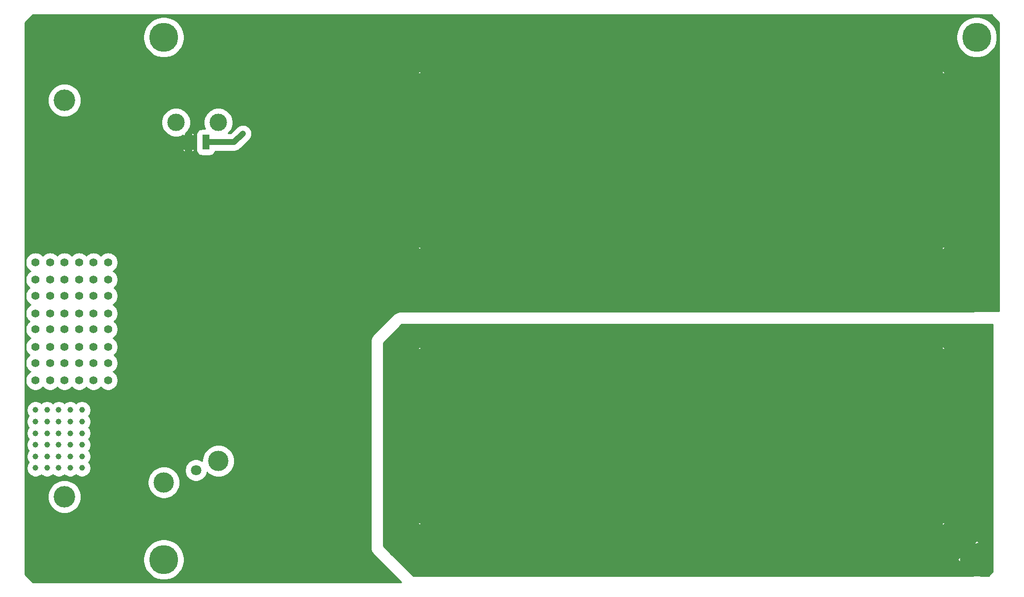
<source format=gbr>
G04 #@! TF.GenerationSoftware,KiCad,Pcbnew,(5.1.6)-1*
G04 #@! TF.CreationDate,2021-03-03T14:17:38+01:00*
G04 #@! TF.ProjectId,Busbar board,42757362-6172-4206-926f-6172642e6b69,rev?*
G04 #@! TF.SameCoordinates,PX4c4b360PY85843d4*
G04 #@! TF.FileFunction,Copper,L1,Top*
G04 #@! TF.FilePolarity,Positive*
%FSLAX46Y46*%
G04 Gerber Fmt 4.6, Leading zero omitted, Abs format (unit mm)*
G04 Created by KiCad (PCBNEW (5.1.6)-1) date 2021-03-03 14:17:39*
%MOMM*%
%LPD*%
G01*
G04 APERTURE LIST*
G04 #@! TA.AperFunction,ViaPad*
%ADD10C,0.600000*%
G04 #@! TD*
G04 #@! TA.AperFunction,SMDPad,CuDef*
%ADD11R,90.000000X30.000000*%
G04 #@! TD*
G04 #@! TA.AperFunction,ComponentPad*
%ADD12C,5.000000*%
G04 #@! TD*
G04 #@! TA.AperFunction,ComponentPad*
%ADD13C,15.000000*%
G04 #@! TD*
G04 #@! TA.AperFunction,SMDPad,CuDef*
%ADD14R,1.270000X2.540000*%
G04 #@! TD*
G04 #@! TA.AperFunction,WasherPad*
%ADD15C,3.000000*%
G04 #@! TD*
G04 #@! TA.AperFunction,ComponentPad*
%ADD16C,1.800000*%
G04 #@! TD*
G04 #@! TA.AperFunction,WasherPad*
%ADD17C,3.500000*%
G04 #@! TD*
G04 #@! TA.AperFunction,ComponentPad*
%ADD18C,1.400000*%
G04 #@! TD*
G04 #@! TA.AperFunction,WasherPad*
%ADD19C,3.700000*%
G04 #@! TD*
G04 #@! TA.AperFunction,ComponentPad*
%ADD20C,1.000000*%
G04 #@! TD*
G04 #@! TA.AperFunction,ViaPad*
%ADD21C,0.800000*%
G04 #@! TD*
G04 #@! TA.AperFunction,Conductor*
%ADD22C,1.000000*%
G04 #@! TD*
G04 #@! TA.AperFunction,Conductor*
%ADD23C,0.254000*%
G04 #@! TD*
G04 APERTURE END LIST*
D10*
X132000160Y87702260D03*
X129000160Y87702260D03*
X126000160Y87702260D03*
X123000160Y87702260D03*
X120000160Y87702260D03*
X117000160Y87702260D03*
X114000160Y87702260D03*
X111000160Y87702260D03*
X108000160Y87702260D03*
X105000160Y87702260D03*
X102000160Y87702260D03*
X99000160Y87702260D03*
X96000160Y87702260D03*
X93000160Y87702260D03*
X90000160Y87702260D03*
X87000160Y87702260D03*
X84000160Y87702260D03*
X81000160Y87702260D03*
X78000160Y87702260D03*
X75000160Y87702260D03*
X72000160Y87702260D03*
X69000160Y87702260D03*
X66000160Y87702260D03*
X63000160Y87702260D03*
X60000160Y87702260D03*
X57000160Y87702260D03*
X54000160Y87702260D03*
X51000160Y87702260D03*
X48000160Y87702260D03*
X45000160Y87702260D03*
X132000160Y86002260D03*
X129000160Y86002260D03*
X126000160Y86002260D03*
X123000160Y86002260D03*
X120000160Y86002260D03*
X117000160Y86002260D03*
X114000160Y86002260D03*
X111000160Y86002260D03*
X108000160Y86002260D03*
X105000160Y86002260D03*
X102000160Y86002260D03*
X99000160Y86002260D03*
X96000160Y86002260D03*
X93000160Y86002260D03*
X90000160Y86002260D03*
X87000160Y86002260D03*
X84000160Y86002260D03*
X81000160Y86002260D03*
X78000160Y86002260D03*
X75000160Y86002260D03*
X72000160Y86002260D03*
X69000160Y86002260D03*
X66000160Y86002260D03*
X63000160Y86002260D03*
X60000160Y86002260D03*
X57000160Y86002260D03*
X54000160Y86002260D03*
X51000160Y86002260D03*
X48000160Y86002260D03*
X132000160Y50302260D03*
X129000160Y50302260D03*
X126000160Y50302260D03*
X123000160Y50302260D03*
X120000160Y50302260D03*
X117000160Y50302260D03*
X114000160Y50302260D03*
X111000160Y50302260D03*
X108000160Y50302260D03*
X105000160Y50302260D03*
X102000160Y50302260D03*
X99000160Y50302260D03*
X96000160Y50302260D03*
X93000160Y50302260D03*
X90000160Y50302260D03*
X87000160Y50302260D03*
X84000160Y50302260D03*
X81000160Y50302260D03*
X78000160Y50302260D03*
X75000160Y50302260D03*
X72000160Y50302260D03*
X69000160Y50302260D03*
X66000160Y50302260D03*
X63000160Y50302260D03*
X60000160Y50302260D03*
X57000160Y50302260D03*
X54000160Y50302260D03*
X51000160Y50302260D03*
X48000160Y50302260D03*
X45000160Y50302260D03*
X132000160Y52002260D03*
X129000160Y52002260D03*
X126000160Y52002260D03*
X123000160Y52002260D03*
X120000160Y52002260D03*
X117000160Y52002260D03*
X114000160Y52002260D03*
X111000160Y52002260D03*
X108000160Y52002260D03*
X105000160Y52002260D03*
X102000160Y52002260D03*
X99000160Y52002260D03*
X96000160Y52002260D03*
X93000160Y52002260D03*
X90000160Y52002260D03*
X87000160Y52002260D03*
X84000160Y52002260D03*
X81000160Y52002260D03*
X78000160Y52002260D03*
X75000160Y52002260D03*
X72000160Y52002260D03*
X69000160Y52002260D03*
X66000160Y52002260D03*
X63000160Y52002260D03*
X60000160Y52002260D03*
X57000160Y52002260D03*
X54000160Y52002260D03*
X51000160Y52002260D03*
X48000160Y52002260D03*
X132000160Y-747740D03*
X129000160Y-747740D03*
X126000160Y-747740D03*
X123000160Y-747740D03*
X120000160Y-747740D03*
X117000160Y-747740D03*
X114000160Y-747740D03*
X111000160Y-747740D03*
X108000160Y-747740D03*
X105000160Y-747740D03*
X102000160Y-747740D03*
X99000160Y-747740D03*
X96000160Y-747740D03*
X93000160Y-747740D03*
X90000160Y-747740D03*
X87000160Y-747740D03*
X84000160Y-747740D03*
X81000160Y-747740D03*
X78000160Y-747740D03*
X75000160Y-747740D03*
X72000160Y-747740D03*
X69000160Y-747740D03*
X66000160Y-747740D03*
X63000160Y-747740D03*
X60000160Y-747740D03*
X57000160Y-747740D03*
X54000160Y-747740D03*
X51000160Y-747740D03*
X48000160Y-747740D03*
X45000160Y-747740D03*
X132000160Y1002260D03*
X129000160Y1002260D03*
X126000160Y1002260D03*
X123000160Y1002260D03*
X120000160Y1002260D03*
X117000160Y1002260D03*
X114000160Y1002260D03*
X111000160Y1002260D03*
X108000160Y1002260D03*
X105000160Y1002260D03*
X102000160Y1002260D03*
X99000160Y1002260D03*
X96000160Y1002260D03*
X93000160Y1002260D03*
X90000160Y1002260D03*
X87000160Y1002260D03*
X84000160Y1002260D03*
X81000160Y1002260D03*
X78000160Y1002260D03*
X75000160Y1002260D03*
X72000160Y1002260D03*
X69000160Y1002260D03*
X66000160Y1002260D03*
X63000160Y1002260D03*
X60000160Y1002260D03*
X57000160Y1002260D03*
X54000160Y1002260D03*
X51000160Y1002260D03*
X48000160Y1002260D03*
X45000160Y1002260D03*
X132000160Y2752260D03*
X129000160Y2752260D03*
X126000160Y2752260D03*
X123000160Y2752260D03*
X120000160Y2752260D03*
X117000160Y2752260D03*
X114000160Y2752260D03*
X111000160Y2752260D03*
X108000160Y2752260D03*
X105000160Y2752260D03*
X102000160Y2752260D03*
X99000160Y2752260D03*
X96000160Y2752260D03*
X93000160Y2752260D03*
X90000160Y2752260D03*
X87000160Y2752260D03*
X84000160Y2752260D03*
X81000160Y2752260D03*
X78000160Y2752260D03*
X75000160Y2752260D03*
X72000160Y2752260D03*
X69000160Y2752260D03*
X66000160Y2752260D03*
X63000160Y2752260D03*
X60000160Y2752260D03*
X57000160Y2752260D03*
X54000160Y2752260D03*
X51000160Y2752260D03*
X48000160Y2752260D03*
X45000160Y2752260D03*
X132000160Y4502260D03*
X129000160Y4502260D03*
X126000160Y4502260D03*
X123000160Y4502260D03*
X120000160Y4502260D03*
X117000160Y4502260D03*
X114000160Y4502260D03*
X111000160Y4502260D03*
X108000160Y4502260D03*
X105000160Y4502260D03*
X102000160Y4502260D03*
X99000160Y4502260D03*
X96000160Y4502260D03*
X93000160Y4502260D03*
X90000160Y4502260D03*
X87000160Y4502260D03*
X84000160Y4502260D03*
X81000160Y4502260D03*
X78000160Y4502260D03*
X75000160Y4502260D03*
X72000160Y4502260D03*
X69000160Y4502260D03*
X66000160Y4502260D03*
X63000160Y4502260D03*
X60000160Y4502260D03*
X57000160Y4502260D03*
X54000160Y4502260D03*
X51000160Y4502260D03*
X48000160Y4502260D03*
D11*
X89160760Y68828060D03*
X89160760Y21328060D03*
D10*
X45000160Y4502260D03*
D12*
X140000160Y2260D03*
X160Y90002260D03*
X140000160Y90002260D03*
X160Y2260D03*
D13*
X72500160Y68832260D03*
X112500160Y68832260D03*
X70000160Y21332260D03*
X110000160Y21332260D03*
D10*
X45000160Y52002260D03*
X45000160Y86002260D03*
D14*
X4247960Y71913040D03*
D15*
X2097960Y75343040D03*
X9397960Y75343040D03*
D14*
X7247960Y71913040D03*
D16*
X5550160Y11182260D03*
X5550160Y15382260D03*
D17*
X160Y13282260D03*
X9400160Y17002260D03*
D18*
X-9599840Y74337260D03*
X-12099840Y74337260D03*
X-14599840Y74337260D03*
X-17099840Y74337260D03*
X-19599840Y74337260D03*
X-22099840Y74337260D03*
X-9599840Y71337260D03*
X-12099840Y71337260D03*
X-14599840Y71337260D03*
X-17099840Y71337260D03*
X-19599840Y71337260D03*
X-22099840Y71337260D03*
X-19599840Y68557260D03*
X-19599840Y62777260D03*
X-19599840Y56997260D03*
X-19599840Y51217260D03*
X-19599840Y45437260D03*
X-19599840Y39657260D03*
X-19599840Y33877260D03*
X-9599840Y65557260D03*
X-9599840Y59777260D03*
X-9599840Y53997260D03*
X-9599840Y48217260D03*
X-9599840Y42437260D03*
X-9599840Y36657260D03*
X-9599840Y30877260D03*
X-22099840Y65557260D03*
X-22099840Y59777260D03*
X-22099840Y53997260D03*
X-22099840Y48217260D03*
X-22099840Y42437260D03*
X-22099840Y36657260D03*
X-22099840Y30877260D03*
X-14599840Y65557260D03*
X-14599840Y59777260D03*
X-14599840Y53997260D03*
X-14599840Y48217260D03*
X-14599840Y42437260D03*
X-14599840Y36657260D03*
X-14599840Y30877260D03*
X-14599840Y68557260D03*
X-14599840Y62777260D03*
X-14599840Y56997260D03*
X-14599840Y51217260D03*
X-14599840Y45437260D03*
X-14599840Y39657260D03*
X-14599840Y33877260D03*
X-12099840Y68557260D03*
X-12099840Y62777260D03*
X-12099840Y56997260D03*
X-12099840Y51217260D03*
X-12099840Y45437260D03*
X-12099840Y39657260D03*
X-12099840Y33877260D03*
X-17099840Y65557260D03*
X-17099840Y59777260D03*
X-17099840Y53997260D03*
X-17099840Y48217260D03*
X-17099840Y42437260D03*
X-17099840Y36657260D03*
X-17099840Y30877260D03*
X-12099840Y65557260D03*
X-12099840Y59777260D03*
X-12099840Y53997260D03*
X-12099840Y48217260D03*
X-12099840Y42437260D03*
X-12099840Y36657260D03*
X-12099840Y30877260D03*
X-19599840Y65557260D03*
X-19599840Y59777260D03*
X-19599840Y53997260D03*
X-19599840Y48217260D03*
X-19599840Y42437260D03*
X-19599840Y36657260D03*
X-19599840Y30877260D03*
X-17099840Y68557260D03*
X-17099840Y62777260D03*
X-17099840Y56997260D03*
X-17099840Y51217260D03*
X-17099840Y45437260D03*
X-17099840Y39657260D03*
X-17099840Y33877260D03*
X-22099840Y68557260D03*
X-22099840Y62777260D03*
X-22099840Y56997260D03*
X-22099840Y51217260D03*
X-22099840Y45437260D03*
X-22099840Y39657260D03*
X-22099840Y33877260D03*
X-9599840Y68557260D03*
X-9599840Y62777260D03*
X-9599840Y56997260D03*
X-9599840Y51217260D03*
X-9599840Y45437260D03*
X-9599840Y39657260D03*
X-9599840Y33877260D03*
D19*
X-17099840Y79157260D03*
X-17099840Y10837260D03*
D20*
X-22099840Y25777260D03*
X-20099840Y25777260D03*
X-18099840Y25777260D03*
X-16099840Y25777260D03*
X-14099840Y25777260D03*
X-22099840Y23777260D03*
X-20099840Y23777260D03*
X-18099840Y23777260D03*
X-16099840Y23777260D03*
X-14099840Y23777260D03*
X-22099840Y21777260D03*
X-20099840Y21777260D03*
X-18099840Y21777260D03*
X-16099840Y21777260D03*
X-14099840Y21777260D03*
X-22099840Y19777260D03*
X-20099840Y19777260D03*
X-18099840Y19777260D03*
X-16099840Y19777260D03*
X-14099840Y19777260D03*
X-22099840Y17777260D03*
X-20099840Y17777260D03*
X-18099840Y17777260D03*
X-16099840Y17777260D03*
X-14099840Y17777260D03*
X-22099840Y15777260D03*
X-20099840Y15777260D03*
X-18099840Y15777260D03*
X-16099840Y15777260D03*
X-14099840Y15777260D03*
D21*
X13643820Y73421380D03*
D22*
X7247960Y71913040D02*
X12135480Y71913040D01*
X12135480Y71913040D02*
X13643820Y73421380D01*
D23*
G36*
X143873161Y92535440D02*
G01*
X143873160Y42818967D01*
X135185215Y42755580D01*
X41046447Y42755580D01*
X40969080Y42763200D01*
X40554123Y42722330D01*
X40155112Y42601292D01*
X39787382Y42404736D01*
X39465064Y42140216D01*
X36221484Y38896636D01*
X35956964Y38574318D01*
X35760408Y38206588D01*
X35639370Y37807577D01*
X35598500Y37392620D01*
X35598500Y2266960D01*
X35639370Y1852003D01*
X35760408Y1452992D01*
X35956964Y1085262D01*
X36221484Y762944D01*
X40855168Y-3870740D01*
X-22533021Y-3870740D01*
X-23872840Y-2530922D01*
X-23872840Y349639D01*
X-3526840Y349639D01*
X-3526840Y-345119D01*
X-3391300Y-1026528D01*
X-3125427Y-1668401D01*
X-2739440Y-2246072D01*
X-2248172Y-2737340D01*
X-1670501Y-3123327D01*
X-1028628Y-3389200D01*
X-347219Y-3524740D01*
X347539Y-3524740D01*
X1028948Y-3389200D01*
X1670821Y-3123327D01*
X2248492Y-2737340D01*
X2739760Y-2246072D01*
X3125747Y-1668401D01*
X3391620Y-1026528D01*
X3527160Y-345119D01*
X3527160Y349639D01*
X3391620Y1031048D01*
X3125747Y1672921D01*
X2739760Y2250592D01*
X2248492Y2741860D01*
X1670821Y3127847D01*
X1028948Y3393720D01*
X347539Y3529260D01*
X-347219Y3529260D01*
X-1028628Y3393720D01*
X-1670501Y3127847D01*
X-2248172Y2741860D01*
X-2739440Y2250592D01*
X-3125427Y1672921D01*
X-3391300Y1031048D01*
X-3526840Y349639D01*
X-23872840Y349639D01*
X-23872840Y11120620D01*
X-19976840Y11120620D01*
X-19976840Y10553900D01*
X-19866279Y9998070D01*
X-19649405Y9474489D01*
X-19334552Y9003279D01*
X-18933821Y8602548D01*
X-18462611Y8287695D01*
X-17939030Y8070821D01*
X-17383200Y7960260D01*
X-16816480Y7960260D01*
X-16260650Y8070821D01*
X-15737069Y8287695D01*
X-15265859Y8602548D01*
X-14865128Y9003279D01*
X-14550275Y9474489D01*
X-14335335Y9993401D01*
X5454488Y9993401D01*
X5530505Y9894207D01*
X5645832Y9993401D01*
X5550160Y10089073D01*
X5454488Y9993401D01*
X-14335335Y9993401D01*
X-14333401Y9998070D01*
X-14222840Y10553900D01*
X-14222840Y11120620D01*
X-14333401Y11676450D01*
X-14550275Y12200031D01*
X-14865128Y12671241D01*
X-15265859Y13071972D01*
X-15737069Y13386825D01*
X-16144941Y13555771D01*
X-2776840Y13555771D01*
X-2776840Y13008749D01*
X-2670122Y12472239D01*
X-2460786Y11966857D01*
X-2156877Y11512026D01*
X-1770074Y11125223D01*
X-1315243Y10821314D01*
X-809861Y10611978D01*
X-273351Y10505260D01*
X273671Y10505260D01*
X810181Y10611978D01*
X1315563Y10821314D01*
X1770394Y11125223D01*
X1847086Y11201915D01*
X4262107Y11201915D01*
X4361301Y11086588D01*
X4456973Y11182260D01*
X6643347Y11182260D01*
X6739019Y11086588D01*
X6838213Y11162605D01*
X6739019Y11277932D01*
X6643347Y11182260D01*
X4456973Y11182260D01*
X4361301Y11277932D01*
X4262107Y11201915D01*
X1847086Y11201915D01*
X2157197Y11512026D01*
X2461106Y11966857D01*
X2628556Y12371119D01*
X5454488Y12371119D01*
X5550160Y12275447D01*
X5645832Y12371119D01*
X5569815Y12470313D01*
X5454488Y12371119D01*
X2628556Y12371119D01*
X2670442Y12472239D01*
X2777160Y13008749D01*
X2777160Y13555771D01*
X2670442Y14092281D01*
X2461106Y14597663D01*
X2157197Y15052494D01*
X1770394Y15439297D01*
X1571712Y15572053D01*
X3623160Y15572053D01*
X3623160Y15192467D01*
X3697213Y14820175D01*
X3842475Y14469483D01*
X4053361Y14153869D01*
X4321769Y13885461D01*
X4637383Y13674575D01*
X4988075Y13529313D01*
X5360367Y13455260D01*
X5739953Y13455260D01*
X6112245Y13529313D01*
X6462937Y13674575D01*
X6778551Y13885461D01*
X7046959Y14153869D01*
X7257845Y14469483D01*
X7403107Y14820175D01*
X7444894Y15030255D01*
X7629926Y14845223D01*
X8084757Y14541314D01*
X8590139Y14331978D01*
X9126649Y14225260D01*
X9673671Y14225260D01*
X10210181Y14331978D01*
X10715563Y14541314D01*
X11170394Y14845223D01*
X11557197Y15232026D01*
X11861106Y15686857D01*
X12070442Y16192239D01*
X12177160Y16728749D01*
X12177160Y17275771D01*
X12070442Y17812281D01*
X11861106Y18317663D01*
X11557197Y18772494D01*
X11170394Y19159297D01*
X10715563Y19463206D01*
X10210181Y19672542D01*
X9673671Y19779260D01*
X9126649Y19779260D01*
X8590139Y19672542D01*
X8084757Y19463206D01*
X7629926Y19159297D01*
X7243123Y18772494D01*
X6939214Y18317663D01*
X6729878Y17812281D01*
X6623160Y17275771D01*
X6623160Y16982888D01*
X6462937Y17089945D01*
X6112245Y17235207D01*
X5739953Y17309260D01*
X5360367Y17309260D01*
X4988075Y17235207D01*
X4637383Y17089945D01*
X4321769Y16879059D01*
X4053361Y16610651D01*
X3842475Y16295037D01*
X3697213Y15944345D01*
X3623160Y15572053D01*
X1571712Y15572053D01*
X1315563Y15743206D01*
X810181Y15952542D01*
X273671Y16059260D01*
X-273351Y16059260D01*
X-809861Y15952542D01*
X-1315243Y15743206D01*
X-1770074Y15439297D01*
X-2156877Y15052494D01*
X-2460786Y14597663D01*
X-2670122Y14092281D01*
X-2776840Y13555771D01*
X-16144941Y13555771D01*
X-16260650Y13603699D01*
X-16816480Y13714260D01*
X-17383200Y13714260D01*
X-17939030Y13603699D01*
X-18462611Y13386825D01*
X-18933821Y13071972D01*
X-19334552Y12671241D01*
X-19649405Y12200031D01*
X-19866279Y11676450D01*
X-19976840Y11120620D01*
X-23872840Y11120620D01*
X-23872840Y25927656D01*
X-23626840Y25927656D01*
X-23626840Y25626864D01*
X-23568159Y25331850D01*
X-23453050Y25053954D01*
X-23285939Y24803854D01*
X-23259345Y24777260D01*
X-23285939Y24750666D01*
X-23453050Y24500566D01*
X-23568159Y24222670D01*
X-23626840Y23927656D01*
X-23626840Y23626864D01*
X-23568159Y23331850D01*
X-23453050Y23053954D01*
X-23285939Y22803854D01*
X-23259345Y22777260D01*
X-23285939Y22750666D01*
X-23453050Y22500566D01*
X-23568159Y22222670D01*
X-23626840Y21927656D01*
X-23626840Y21626864D01*
X-23568159Y21331850D01*
X-23453050Y21053954D01*
X-23285939Y20803854D01*
X-23259345Y20777260D01*
X-23285939Y20750666D01*
X-23453050Y20500566D01*
X-23568159Y20222670D01*
X-23626840Y19927656D01*
X-23626840Y19626864D01*
X-23568159Y19331850D01*
X-23453050Y19053954D01*
X-23285939Y18803854D01*
X-23259345Y18777260D01*
X-23285939Y18750666D01*
X-23453050Y18500566D01*
X-23568159Y18222670D01*
X-23626840Y17927656D01*
X-23626840Y17626864D01*
X-23568159Y17331850D01*
X-23453050Y17053954D01*
X-23285939Y16803854D01*
X-23259345Y16777260D01*
X-23285939Y16750666D01*
X-23453050Y16500566D01*
X-23568159Y16222670D01*
X-23626840Y15927656D01*
X-23626840Y15626864D01*
X-23568159Y15331850D01*
X-23453050Y15053954D01*
X-23285939Y14803854D01*
X-23073246Y14591161D01*
X-22823146Y14424050D01*
X-22545250Y14308941D01*
X-22250236Y14250260D01*
X-21949444Y14250260D01*
X-21654430Y14308941D01*
X-21376534Y14424050D01*
X-21126434Y14591161D01*
X-21099840Y14617755D01*
X-21073246Y14591161D01*
X-20823146Y14424050D01*
X-20545250Y14308941D01*
X-20250236Y14250260D01*
X-19949444Y14250260D01*
X-19654430Y14308941D01*
X-19376534Y14424050D01*
X-19126434Y14591161D01*
X-19099840Y14617755D01*
X-19073246Y14591161D01*
X-18823146Y14424050D01*
X-18545250Y14308941D01*
X-18250236Y14250260D01*
X-17949444Y14250260D01*
X-17654430Y14308941D01*
X-17376534Y14424050D01*
X-17126434Y14591161D01*
X-17099840Y14617755D01*
X-17073246Y14591161D01*
X-16823146Y14424050D01*
X-16545250Y14308941D01*
X-16250236Y14250260D01*
X-15949444Y14250260D01*
X-15654430Y14308941D01*
X-15376534Y14424050D01*
X-15126434Y14591161D01*
X-15099840Y14617755D01*
X-15073246Y14591161D01*
X-14823146Y14424050D01*
X-14545250Y14308941D01*
X-14250236Y14250260D01*
X-13949444Y14250260D01*
X-13654430Y14308941D01*
X-13376534Y14424050D01*
X-13126434Y14591161D01*
X-12913741Y14803854D01*
X-12746630Y15053954D01*
X-12631521Y15331850D01*
X-12572840Y15626864D01*
X-12572840Y15927656D01*
X-12631521Y16222670D01*
X-12746630Y16500566D01*
X-12913741Y16750666D01*
X-12940335Y16777260D01*
X-12913741Y16803854D01*
X-12746630Y17053954D01*
X-12631521Y17331850D01*
X-12572840Y17626864D01*
X-12572840Y17927656D01*
X-12631521Y18222670D01*
X-12746630Y18500566D01*
X-12913741Y18750666D01*
X-12940335Y18777260D01*
X-12913741Y18803854D01*
X-12746630Y19053954D01*
X-12631521Y19331850D01*
X-12572840Y19626864D01*
X-12572840Y19927656D01*
X-12631521Y20222670D01*
X-12746630Y20500566D01*
X-12913741Y20750666D01*
X-12940335Y20777260D01*
X-12913741Y20803854D01*
X-12746630Y21053954D01*
X-12631521Y21331850D01*
X-12572840Y21626864D01*
X-12572840Y21927656D01*
X-12631521Y22222670D01*
X-12746630Y22500566D01*
X-12913741Y22750666D01*
X-12940335Y22777260D01*
X-12913741Y22803854D01*
X-12746630Y23053954D01*
X-12631521Y23331850D01*
X-12572840Y23626864D01*
X-12572840Y23927656D01*
X-12631521Y24222670D01*
X-12746630Y24500566D01*
X-12913741Y24750666D01*
X-12940335Y24777260D01*
X-12913741Y24803854D01*
X-12746630Y25053954D01*
X-12631521Y25331850D01*
X-12572840Y25626864D01*
X-12572840Y25927656D01*
X-12631521Y26222670D01*
X-12746630Y26500566D01*
X-12913741Y26750666D01*
X-13126434Y26963359D01*
X-13376534Y27130470D01*
X-13654430Y27245579D01*
X-13949444Y27304260D01*
X-14250236Y27304260D01*
X-14545250Y27245579D01*
X-14823146Y27130470D01*
X-15073246Y26963359D01*
X-15099840Y26936765D01*
X-15126434Y26963359D01*
X-15376534Y27130470D01*
X-15654430Y27245579D01*
X-15949444Y27304260D01*
X-16250236Y27304260D01*
X-16545250Y27245579D01*
X-16823146Y27130470D01*
X-17073246Y26963359D01*
X-17099840Y26936765D01*
X-17126434Y26963359D01*
X-17376534Y27130470D01*
X-17654430Y27245579D01*
X-17949444Y27304260D01*
X-18250236Y27304260D01*
X-18545250Y27245579D01*
X-18823146Y27130470D01*
X-19073246Y26963359D01*
X-19099840Y26936765D01*
X-19126434Y26963359D01*
X-19376534Y27130470D01*
X-19654430Y27245579D01*
X-19949444Y27304260D01*
X-20250236Y27304260D01*
X-20545250Y27245579D01*
X-20823146Y27130470D01*
X-21073246Y26963359D01*
X-21099840Y26936765D01*
X-21126434Y26963359D01*
X-21376534Y27130470D01*
X-21654430Y27245579D01*
X-21949444Y27304260D01*
X-22250236Y27304260D01*
X-22545250Y27245579D01*
X-22823146Y27130470D01*
X-23073246Y26963359D01*
X-23285939Y26750666D01*
X-23453050Y26500566D01*
X-23568159Y26222670D01*
X-23626840Y25927656D01*
X-23872840Y25927656D01*
X-23872840Y51387355D01*
X-23826840Y51387355D01*
X-23826840Y51047165D01*
X-23760472Y50713513D01*
X-23630287Y50399219D01*
X-23441288Y50116362D01*
X-23200738Y49875812D01*
X-22963448Y49717260D01*
X-23200738Y49558708D01*
X-23441288Y49318158D01*
X-23630287Y49035301D01*
X-23760472Y48721007D01*
X-23826840Y48387355D01*
X-23826840Y48047165D01*
X-23760472Y47713513D01*
X-23630287Y47399219D01*
X-23441288Y47116362D01*
X-23200738Y46875812D01*
X-23128075Y46827260D01*
X-23200738Y46778708D01*
X-23441288Y46538158D01*
X-23630287Y46255301D01*
X-23760472Y45941007D01*
X-23826840Y45607355D01*
X-23826840Y45267165D01*
X-23760472Y44933513D01*
X-23630287Y44619219D01*
X-23441288Y44336362D01*
X-23200738Y44095812D01*
X-22963448Y43937260D01*
X-23200738Y43778708D01*
X-23441288Y43538158D01*
X-23630287Y43255301D01*
X-23760472Y42941007D01*
X-23826840Y42607355D01*
X-23826840Y42267165D01*
X-23760472Y41933513D01*
X-23630287Y41619219D01*
X-23441288Y41336362D01*
X-23200738Y41095812D01*
X-23128075Y41047260D01*
X-23200738Y40998708D01*
X-23441288Y40758158D01*
X-23630287Y40475301D01*
X-23760472Y40161007D01*
X-23826840Y39827355D01*
X-23826840Y39487165D01*
X-23760472Y39153513D01*
X-23630287Y38839219D01*
X-23441288Y38556362D01*
X-23200738Y38315812D01*
X-22963448Y38157260D01*
X-23200738Y37998708D01*
X-23441288Y37758158D01*
X-23630287Y37475301D01*
X-23760472Y37161007D01*
X-23826840Y36827355D01*
X-23826840Y36487165D01*
X-23760472Y36153513D01*
X-23630287Y35839219D01*
X-23441288Y35556362D01*
X-23200738Y35315812D01*
X-23128075Y35267260D01*
X-23200738Y35218708D01*
X-23441288Y34978158D01*
X-23630287Y34695301D01*
X-23760472Y34381007D01*
X-23826840Y34047355D01*
X-23826840Y33707165D01*
X-23760472Y33373513D01*
X-23630287Y33059219D01*
X-23441288Y32776362D01*
X-23200738Y32535812D01*
X-22963448Y32377260D01*
X-23200738Y32218708D01*
X-23441288Y31978158D01*
X-23630287Y31695301D01*
X-23760472Y31381007D01*
X-23826840Y31047355D01*
X-23826840Y30707165D01*
X-23760472Y30373513D01*
X-23630287Y30059219D01*
X-23441288Y29776362D01*
X-23200738Y29535812D01*
X-22917881Y29346813D01*
X-22603587Y29216628D01*
X-22269935Y29150260D01*
X-21929745Y29150260D01*
X-21596093Y29216628D01*
X-21281799Y29346813D01*
X-20998942Y29535812D01*
X-20849840Y29684914D01*
X-20700738Y29535812D01*
X-20417881Y29346813D01*
X-20103587Y29216628D01*
X-19769935Y29150260D01*
X-19429745Y29150260D01*
X-19096093Y29216628D01*
X-18781799Y29346813D01*
X-18498942Y29535812D01*
X-18349840Y29684914D01*
X-18200738Y29535812D01*
X-17917881Y29346813D01*
X-17603587Y29216628D01*
X-17269935Y29150260D01*
X-16929745Y29150260D01*
X-16596093Y29216628D01*
X-16281799Y29346813D01*
X-15998942Y29535812D01*
X-15849840Y29684914D01*
X-15700738Y29535812D01*
X-15417881Y29346813D01*
X-15103587Y29216628D01*
X-14769935Y29150260D01*
X-14429745Y29150260D01*
X-14096093Y29216628D01*
X-13781799Y29346813D01*
X-13498942Y29535812D01*
X-13349840Y29684914D01*
X-13200738Y29535812D01*
X-12917881Y29346813D01*
X-12603587Y29216628D01*
X-12269935Y29150260D01*
X-11929745Y29150260D01*
X-11596093Y29216628D01*
X-11281799Y29346813D01*
X-10998942Y29535812D01*
X-10849840Y29684914D01*
X-10700738Y29535812D01*
X-10417881Y29346813D01*
X-10103587Y29216628D01*
X-9769935Y29150260D01*
X-9429745Y29150260D01*
X-9096093Y29216628D01*
X-8781799Y29346813D01*
X-8498942Y29535812D01*
X-8258392Y29776362D01*
X-8069393Y30059219D01*
X-7939208Y30373513D01*
X-7872840Y30707165D01*
X-7872840Y31047355D01*
X-7939208Y31381007D01*
X-8069393Y31695301D01*
X-8258392Y31978158D01*
X-8498942Y32218708D01*
X-8736232Y32377260D01*
X-8498942Y32535812D01*
X-8258392Y32776362D01*
X-8069393Y33059219D01*
X-7939208Y33373513D01*
X-7872840Y33707165D01*
X-7872840Y34047355D01*
X-7939208Y34381007D01*
X-8069393Y34695301D01*
X-8258392Y34978158D01*
X-8498942Y35218708D01*
X-8571605Y35267260D01*
X-8498942Y35315812D01*
X-8258392Y35556362D01*
X-8069393Y35839219D01*
X-7939208Y36153513D01*
X-7872840Y36487165D01*
X-7872840Y36827355D01*
X-7939208Y37161007D01*
X-8069393Y37475301D01*
X-8258392Y37758158D01*
X-8498942Y37998708D01*
X-8736232Y38157260D01*
X-8498942Y38315812D01*
X-8258392Y38556362D01*
X-8069393Y38839219D01*
X-7939208Y39153513D01*
X-7872840Y39487165D01*
X-7872840Y39827355D01*
X-7939208Y40161007D01*
X-8069393Y40475301D01*
X-8258392Y40758158D01*
X-8498942Y40998708D01*
X-8571605Y41047260D01*
X-8498942Y41095812D01*
X-8258392Y41336362D01*
X-8069393Y41619219D01*
X-7939208Y41933513D01*
X-7872840Y42267165D01*
X-7872840Y42607355D01*
X-7939208Y42941007D01*
X-8069393Y43255301D01*
X-8258392Y43538158D01*
X-8498942Y43778708D01*
X-8736232Y43937260D01*
X-8498942Y44095812D01*
X-8258392Y44336362D01*
X-8069393Y44619219D01*
X-7939208Y44933513D01*
X-7872840Y45267165D01*
X-7872840Y45607355D01*
X-7939208Y45941007D01*
X-8069393Y46255301D01*
X-8258392Y46538158D01*
X-8498942Y46778708D01*
X-8571605Y46827260D01*
X-8498942Y46875812D01*
X-8258392Y47116362D01*
X-8069393Y47399219D01*
X-7939208Y47713513D01*
X-7872840Y48047165D01*
X-7872840Y48387355D01*
X-7939208Y48721007D01*
X-8069393Y49035301D01*
X-8258392Y49318158D01*
X-8498942Y49558708D01*
X-8736232Y49717260D01*
X-8498942Y49875812D01*
X-8258392Y50116362D01*
X-8069393Y50399219D01*
X-7939208Y50713513D01*
X-7872840Y51047165D01*
X-7872840Y51387355D01*
X-7939208Y51721007D01*
X-8069393Y52035301D01*
X-8258392Y52318158D01*
X-8498942Y52558708D01*
X-8781799Y52747707D01*
X-9096093Y52877892D01*
X-9429745Y52944260D01*
X-9494590Y52944260D01*
X-9432645Y53019720D01*
X-9599840Y53186916D01*
X-9767035Y53019720D01*
X-9705090Y52944260D01*
X-9769935Y52944260D01*
X-10103587Y52877892D01*
X-10417881Y52747707D01*
X-10700738Y52558708D01*
X-10849840Y52409606D01*
X-10998942Y52558708D01*
X-11281799Y52747707D01*
X-11596093Y52877892D01*
X-11929745Y52944260D01*
X-11994590Y52944260D01*
X-11932645Y53019720D01*
X-12099840Y53186916D01*
X-12267035Y53019720D01*
X-12205090Y52944260D01*
X-12269935Y52944260D01*
X-12603587Y52877892D01*
X-12917881Y52747707D01*
X-13200738Y52558708D01*
X-13349840Y52409606D01*
X-13498942Y52558708D01*
X-13781799Y52747707D01*
X-14096093Y52877892D01*
X-14429745Y52944260D01*
X-14494590Y52944260D01*
X-14432645Y53019720D01*
X-14599840Y53186916D01*
X-14767035Y53019720D01*
X-14705090Y52944260D01*
X-14769935Y52944260D01*
X-15103587Y52877892D01*
X-15417881Y52747707D01*
X-15700738Y52558708D01*
X-15849840Y52409606D01*
X-15998942Y52558708D01*
X-16281799Y52747707D01*
X-16596093Y52877892D01*
X-16929745Y52944260D01*
X-16994590Y52944260D01*
X-16932645Y53019720D01*
X-17099840Y53186916D01*
X-17267035Y53019720D01*
X-17205090Y52944260D01*
X-17269935Y52944260D01*
X-17603587Y52877892D01*
X-17917881Y52747707D01*
X-18200738Y52558708D01*
X-18349840Y52409606D01*
X-18498942Y52558708D01*
X-18781799Y52747707D01*
X-19096093Y52877892D01*
X-19429745Y52944260D01*
X-19494590Y52944260D01*
X-19432645Y53019720D01*
X-19599840Y53186916D01*
X-19767035Y53019720D01*
X-19705090Y52944260D01*
X-19769935Y52944260D01*
X-20103587Y52877892D01*
X-20417881Y52747707D01*
X-20700738Y52558708D01*
X-20849840Y52409606D01*
X-20998942Y52558708D01*
X-21281799Y52747707D01*
X-21596093Y52877892D01*
X-21929745Y52944260D01*
X-21994590Y52944260D01*
X-21932645Y53019720D01*
X-22099840Y53186916D01*
X-22267035Y53019720D01*
X-22205090Y52944260D01*
X-22269935Y52944260D01*
X-22603587Y52877892D01*
X-22917881Y52747707D01*
X-23200738Y52558708D01*
X-23441288Y52318158D01*
X-23630287Y52035301D01*
X-23760472Y51721007D01*
X-23826840Y51387355D01*
X-23872840Y51387355D01*
X-23872840Y53828060D01*
X43776912Y53828060D01*
X43784288Y53753175D01*
X43806131Y53681168D01*
X43841602Y53614805D01*
X43889338Y53556638D01*
X43947505Y53508902D01*
X44013868Y53473431D01*
X44085875Y53451588D01*
X44160760Y53444212D01*
X44192260Y53446060D01*
X44287760Y53541560D01*
X44287760Y53955060D01*
X134033760Y53955060D01*
X134033760Y53541560D01*
X134129260Y53446060D01*
X134160760Y53444212D01*
X134235645Y53451588D01*
X134307652Y53473431D01*
X134374015Y53508902D01*
X134432182Y53556638D01*
X134479918Y53614805D01*
X134515389Y53681168D01*
X134537232Y53753175D01*
X134544608Y53828060D01*
X134542760Y53859560D01*
X134447260Y53955060D01*
X134033760Y53955060D01*
X44287760Y53955060D01*
X43874260Y53955060D01*
X43778760Y53859560D01*
X43776912Y53828060D01*
X-23872840Y53828060D01*
X-23872840Y54076798D01*
X-23184161Y54076798D01*
X-23184161Y53917722D01*
X-23077380Y53830065D01*
X-22910184Y53997260D01*
X-21289496Y53997260D01*
X-21122300Y53830065D01*
X-21015519Y53917722D01*
X-21015519Y54076798D01*
X-20684161Y54076798D01*
X-20684161Y53917722D01*
X-20577380Y53830065D01*
X-20410184Y53997260D01*
X-18789496Y53997260D01*
X-18622300Y53830065D01*
X-18515519Y53917722D01*
X-18515519Y54076798D01*
X-18184161Y54076798D01*
X-18184161Y53917722D01*
X-18077380Y53830065D01*
X-17910184Y53997260D01*
X-16289496Y53997260D01*
X-16122300Y53830065D01*
X-16015519Y53917722D01*
X-16015519Y54076798D01*
X-15684161Y54076798D01*
X-15684161Y53917722D01*
X-15577380Y53830065D01*
X-15410184Y53997260D01*
X-13789496Y53997260D01*
X-13622300Y53830065D01*
X-13515519Y53917722D01*
X-13515519Y54076798D01*
X-13184161Y54076798D01*
X-13184161Y53917722D01*
X-13077380Y53830065D01*
X-12910184Y53997260D01*
X-11289496Y53997260D01*
X-11122300Y53830065D01*
X-11015519Y53917722D01*
X-11015519Y54076798D01*
X-10684161Y54076798D01*
X-10684161Y53917722D01*
X-10577380Y53830065D01*
X-10410184Y53997260D01*
X-8789496Y53997260D01*
X-8622300Y53830065D01*
X-8515519Y53917722D01*
X-8515519Y54076798D01*
X-8622300Y54164455D01*
X-8789496Y53997260D01*
X-10410184Y53997260D01*
X-10577380Y54164455D01*
X-10684161Y54076798D01*
X-11015519Y54076798D01*
X-11122300Y54164455D01*
X-11289496Y53997260D01*
X-12910184Y53997260D01*
X-13077380Y54164455D01*
X-13184161Y54076798D01*
X-13515519Y54076798D01*
X-13622300Y54164455D01*
X-13789496Y53997260D01*
X-15410184Y53997260D01*
X-15577380Y54164455D01*
X-15684161Y54076798D01*
X-16015519Y54076798D01*
X-16122300Y54164455D01*
X-16289496Y53997260D01*
X-17910184Y53997260D01*
X-18077380Y54164455D01*
X-18184161Y54076798D01*
X-18515519Y54076798D01*
X-18622300Y54164455D01*
X-18789496Y53997260D01*
X-20410184Y53997260D01*
X-20577380Y54164455D01*
X-20684161Y54076798D01*
X-21015519Y54076798D01*
X-21122300Y54164455D01*
X-21289496Y53997260D01*
X-22910184Y53997260D01*
X-23077380Y54164455D01*
X-23184161Y54076798D01*
X-23872840Y54076798D01*
X-23872840Y54974800D01*
X-22267035Y54974800D01*
X-22099840Y54807604D01*
X-21932645Y54974800D01*
X-19767035Y54974800D01*
X-19599840Y54807604D01*
X-19432645Y54974800D01*
X-17267035Y54974800D01*
X-17099840Y54807604D01*
X-16932645Y54974800D01*
X-14767035Y54974800D01*
X-14599840Y54807604D01*
X-14432645Y54974800D01*
X-12267035Y54974800D01*
X-12099840Y54807604D01*
X-11932645Y54974800D01*
X-9767035Y54974800D01*
X-9599840Y54807604D01*
X-9432645Y54974800D01*
X-9520302Y55081581D01*
X-9679378Y55081581D01*
X-9767035Y54974800D01*
X-11932645Y54974800D01*
X-12020302Y55081581D01*
X-12179378Y55081581D01*
X-12267035Y54974800D01*
X-14432645Y54974800D01*
X-14520302Y55081581D01*
X-14679378Y55081581D01*
X-14767035Y54974800D01*
X-16932645Y54974800D01*
X-17020302Y55081581D01*
X-17179378Y55081581D01*
X-17267035Y54974800D01*
X-19432645Y54974800D01*
X-19520302Y55081581D01*
X-19679378Y55081581D01*
X-19767035Y54974800D01*
X-21932645Y54974800D01*
X-22020302Y55081581D01*
X-22179378Y55081581D01*
X-22267035Y54974800D01*
X-23872840Y54974800D01*
X-23872840Y56019720D01*
X-22267035Y56019720D01*
X-22179378Y55912939D01*
X-22020302Y55912939D01*
X-21932645Y56019720D01*
X-19767035Y56019720D01*
X-19679378Y55912939D01*
X-19520302Y55912939D01*
X-19432645Y56019720D01*
X-17267035Y56019720D01*
X-17179378Y55912939D01*
X-17020302Y55912939D01*
X-16932645Y56019720D01*
X-14767035Y56019720D01*
X-14679378Y55912939D01*
X-14520302Y55912939D01*
X-14432645Y56019720D01*
X-12267035Y56019720D01*
X-12179378Y55912939D01*
X-12020302Y55912939D01*
X-11932645Y56019720D01*
X-9767035Y56019720D01*
X-9679378Y55912939D01*
X-9520302Y55912939D01*
X-9432645Y56019720D01*
X-9599840Y56186916D01*
X-9767035Y56019720D01*
X-11932645Y56019720D01*
X-12099840Y56186916D01*
X-12267035Y56019720D01*
X-14432645Y56019720D01*
X-14599840Y56186916D01*
X-14767035Y56019720D01*
X-16932645Y56019720D01*
X-17099840Y56186916D01*
X-17267035Y56019720D01*
X-19432645Y56019720D01*
X-19599840Y56186916D01*
X-19767035Y56019720D01*
X-21932645Y56019720D01*
X-22099840Y56186916D01*
X-22267035Y56019720D01*
X-23872840Y56019720D01*
X-23872840Y57076798D01*
X-23184161Y57076798D01*
X-23184161Y56917722D01*
X-23077380Y56830065D01*
X-22910184Y56997260D01*
X-21289496Y56997260D01*
X-21122300Y56830065D01*
X-21015519Y56917722D01*
X-21015519Y57076798D01*
X-20684161Y57076798D01*
X-20684161Y56917722D01*
X-20577380Y56830065D01*
X-20410184Y56997260D01*
X-18789496Y56997260D01*
X-18622300Y56830065D01*
X-18515519Y56917722D01*
X-18515519Y57076798D01*
X-18184161Y57076798D01*
X-18184161Y56917722D01*
X-18077380Y56830065D01*
X-17910184Y56997260D01*
X-16289496Y56997260D01*
X-16122300Y56830065D01*
X-16015519Y56917722D01*
X-16015519Y57076798D01*
X-15684161Y57076798D01*
X-15684161Y56917722D01*
X-15577380Y56830065D01*
X-15410184Y56997260D01*
X-13789496Y56997260D01*
X-13622300Y56830065D01*
X-13515519Y56917722D01*
X-13515519Y57076798D01*
X-13184161Y57076798D01*
X-13184161Y56917722D01*
X-13077380Y56830065D01*
X-12910184Y56997260D01*
X-11289496Y56997260D01*
X-11122300Y56830065D01*
X-11015519Y56917722D01*
X-11015519Y57076798D01*
X-10684161Y57076798D01*
X-10684161Y56917722D01*
X-10577380Y56830065D01*
X-10410184Y56997260D01*
X-8789496Y56997260D01*
X-8622300Y56830065D01*
X-8515519Y56917722D01*
X-8515519Y57076798D01*
X-8622300Y57164455D01*
X-8789496Y56997260D01*
X-10410184Y56997260D01*
X-10577380Y57164455D01*
X-10684161Y57076798D01*
X-11015519Y57076798D01*
X-11122300Y57164455D01*
X-11289496Y56997260D01*
X-12910184Y56997260D01*
X-13077380Y57164455D01*
X-13184161Y57076798D01*
X-13515519Y57076798D01*
X-13622300Y57164455D01*
X-13789496Y56997260D01*
X-15410184Y56997260D01*
X-15577380Y57164455D01*
X-15684161Y57076798D01*
X-16015519Y57076798D01*
X-16122300Y57164455D01*
X-16289496Y56997260D01*
X-17910184Y56997260D01*
X-18077380Y57164455D01*
X-18184161Y57076798D01*
X-18515519Y57076798D01*
X-18622300Y57164455D01*
X-18789496Y56997260D01*
X-20410184Y56997260D01*
X-20577380Y57164455D01*
X-20684161Y57076798D01*
X-21015519Y57076798D01*
X-21122300Y57164455D01*
X-21289496Y56997260D01*
X-22910184Y56997260D01*
X-23077380Y57164455D01*
X-23184161Y57076798D01*
X-23872840Y57076798D01*
X-23872840Y57974800D01*
X-22267035Y57974800D01*
X-22099840Y57807604D01*
X-21932645Y57974800D01*
X-19767035Y57974800D01*
X-19599840Y57807604D01*
X-19432645Y57974800D01*
X-17267035Y57974800D01*
X-17099840Y57807604D01*
X-16932645Y57974800D01*
X-14767035Y57974800D01*
X-14599840Y57807604D01*
X-14432645Y57974800D01*
X-12267035Y57974800D01*
X-12099840Y57807604D01*
X-11932645Y57974800D01*
X-9767035Y57974800D01*
X-9599840Y57807604D01*
X-9432645Y57974800D01*
X-9520302Y58081581D01*
X-9679378Y58081581D01*
X-9767035Y57974800D01*
X-11932645Y57974800D01*
X-12020302Y58081581D01*
X-12179378Y58081581D01*
X-12267035Y57974800D01*
X-14432645Y57974800D01*
X-14520302Y58081581D01*
X-14679378Y58081581D01*
X-14767035Y57974800D01*
X-16932645Y57974800D01*
X-17020302Y58081581D01*
X-17179378Y58081581D01*
X-17267035Y57974800D01*
X-19432645Y57974800D01*
X-19520302Y58081581D01*
X-19679378Y58081581D01*
X-19767035Y57974800D01*
X-21932645Y57974800D01*
X-22020302Y58081581D01*
X-22179378Y58081581D01*
X-22267035Y57974800D01*
X-23872840Y57974800D01*
X-23872840Y58799720D01*
X-22267035Y58799720D01*
X-22179378Y58692939D01*
X-22020302Y58692939D01*
X-21932645Y58799720D01*
X-19767035Y58799720D01*
X-19679378Y58692939D01*
X-19520302Y58692939D01*
X-19432645Y58799720D01*
X-17267035Y58799720D01*
X-17179378Y58692939D01*
X-17020302Y58692939D01*
X-16932645Y58799720D01*
X-14767035Y58799720D01*
X-14679378Y58692939D01*
X-14520302Y58692939D01*
X-14432645Y58799720D01*
X-12267035Y58799720D01*
X-12179378Y58692939D01*
X-12020302Y58692939D01*
X-11932645Y58799720D01*
X-9767035Y58799720D01*
X-9679378Y58692939D01*
X-9520302Y58692939D01*
X-9432645Y58799720D01*
X-9599840Y58966916D01*
X-9767035Y58799720D01*
X-11932645Y58799720D01*
X-12099840Y58966916D01*
X-12267035Y58799720D01*
X-14432645Y58799720D01*
X-14599840Y58966916D01*
X-14767035Y58799720D01*
X-16932645Y58799720D01*
X-17099840Y58966916D01*
X-17267035Y58799720D01*
X-19432645Y58799720D01*
X-19599840Y58966916D01*
X-19767035Y58799720D01*
X-21932645Y58799720D01*
X-22099840Y58966916D01*
X-22267035Y58799720D01*
X-23872840Y58799720D01*
X-23872840Y59856798D01*
X-23184161Y59856798D01*
X-23184161Y59697722D01*
X-23077380Y59610065D01*
X-22910184Y59777260D01*
X-21289496Y59777260D01*
X-21122300Y59610065D01*
X-21015519Y59697722D01*
X-21015519Y59856798D01*
X-20684161Y59856798D01*
X-20684161Y59697722D01*
X-20577380Y59610065D01*
X-20410184Y59777260D01*
X-18789496Y59777260D01*
X-18622300Y59610065D01*
X-18515519Y59697722D01*
X-18515519Y59856798D01*
X-18184161Y59856798D01*
X-18184161Y59697722D01*
X-18077380Y59610065D01*
X-17910184Y59777260D01*
X-16289496Y59777260D01*
X-16122300Y59610065D01*
X-16015519Y59697722D01*
X-16015519Y59856798D01*
X-15684161Y59856798D01*
X-15684161Y59697722D01*
X-15577380Y59610065D01*
X-15410184Y59777260D01*
X-13789496Y59777260D01*
X-13622300Y59610065D01*
X-13515519Y59697722D01*
X-13515519Y59856798D01*
X-13184161Y59856798D01*
X-13184161Y59697722D01*
X-13077380Y59610065D01*
X-12910184Y59777260D01*
X-11289496Y59777260D01*
X-11122300Y59610065D01*
X-11015519Y59697722D01*
X-11015519Y59856798D01*
X-10684161Y59856798D01*
X-10684161Y59697722D01*
X-10577380Y59610065D01*
X-10410184Y59777260D01*
X-8789496Y59777260D01*
X-8622300Y59610065D01*
X-8515519Y59697722D01*
X-8515519Y59856798D01*
X-8622300Y59944455D01*
X-8789496Y59777260D01*
X-10410184Y59777260D01*
X-10577380Y59944455D01*
X-10684161Y59856798D01*
X-11015519Y59856798D01*
X-11122300Y59944455D01*
X-11289496Y59777260D01*
X-12910184Y59777260D01*
X-13077380Y59944455D01*
X-13184161Y59856798D01*
X-13515519Y59856798D01*
X-13622300Y59944455D01*
X-13789496Y59777260D01*
X-15410184Y59777260D01*
X-15577380Y59944455D01*
X-15684161Y59856798D01*
X-16015519Y59856798D01*
X-16122300Y59944455D01*
X-16289496Y59777260D01*
X-17910184Y59777260D01*
X-18077380Y59944455D01*
X-18184161Y59856798D01*
X-18515519Y59856798D01*
X-18622300Y59944455D01*
X-18789496Y59777260D01*
X-20410184Y59777260D01*
X-20577380Y59944455D01*
X-20684161Y59856798D01*
X-21015519Y59856798D01*
X-21122300Y59944455D01*
X-21289496Y59777260D01*
X-22910184Y59777260D01*
X-23077380Y59944455D01*
X-23184161Y59856798D01*
X-23872840Y59856798D01*
X-23872840Y60754800D01*
X-22267035Y60754800D01*
X-22099840Y60587604D01*
X-21932645Y60754800D01*
X-19767035Y60754800D01*
X-19599840Y60587604D01*
X-19432645Y60754800D01*
X-17267035Y60754800D01*
X-17099840Y60587604D01*
X-16932645Y60754800D01*
X-14767035Y60754800D01*
X-14599840Y60587604D01*
X-14432645Y60754800D01*
X-12267035Y60754800D01*
X-12099840Y60587604D01*
X-11932645Y60754800D01*
X-9767035Y60754800D01*
X-9599840Y60587604D01*
X-9432645Y60754800D01*
X-9520302Y60861581D01*
X-9679378Y60861581D01*
X-9767035Y60754800D01*
X-11932645Y60754800D01*
X-12020302Y60861581D01*
X-12179378Y60861581D01*
X-12267035Y60754800D01*
X-14432645Y60754800D01*
X-14520302Y60861581D01*
X-14679378Y60861581D01*
X-14767035Y60754800D01*
X-16932645Y60754800D01*
X-17020302Y60861581D01*
X-17179378Y60861581D01*
X-17267035Y60754800D01*
X-19432645Y60754800D01*
X-19520302Y60861581D01*
X-19679378Y60861581D01*
X-19767035Y60754800D01*
X-21932645Y60754800D01*
X-22020302Y60861581D01*
X-22179378Y60861581D01*
X-22267035Y60754800D01*
X-23872840Y60754800D01*
X-23872840Y61799720D01*
X-22267035Y61799720D01*
X-22179378Y61692939D01*
X-22020302Y61692939D01*
X-21932645Y61799720D01*
X-19767035Y61799720D01*
X-19679378Y61692939D01*
X-19520302Y61692939D01*
X-19432645Y61799720D01*
X-17267035Y61799720D01*
X-17179378Y61692939D01*
X-17020302Y61692939D01*
X-16932645Y61799720D01*
X-14767035Y61799720D01*
X-14679378Y61692939D01*
X-14520302Y61692939D01*
X-14432645Y61799720D01*
X-12267035Y61799720D01*
X-12179378Y61692939D01*
X-12020302Y61692939D01*
X-11932645Y61799720D01*
X-9767035Y61799720D01*
X-9679378Y61692939D01*
X-9520302Y61692939D01*
X-9432645Y61799720D01*
X-9599840Y61966916D01*
X-9767035Y61799720D01*
X-11932645Y61799720D01*
X-12099840Y61966916D01*
X-12267035Y61799720D01*
X-14432645Y61799720D01*
X-14599840Y61966916D01*
X-14767035Y61799720D01*
X-16932645Y61799720D01*
X-17099840Y61966916D01*
X-17267035Y61799720D01*
X-19432645Y61799720D01*
X-19599840Y61966916D01*
X-19767035Y61799720D01*
X-21932645Y61799720D01*
X-22099840Y61966916D01*
X-22267035Y61799720D01*
X-23872840Y61799720D01*
X-23872840Y62158312D01*
X68235538Y62158312D01*
X69139204Y61766219D01*
X72500160Y58405263D01*
X75861116Y61766219D01*
X68235538Y62158312D01*
X108235538Y62158312D01*
X109139204Y61766219D01*
X112500160Y58405263D01*
X115861116Y61766219D01*
X108235538Y62158312D01*
X68235538Y62158312D01*
X-23872840Y62158312D01*
X-23872840Y62856798D01*
X-23184161Y62856798D01*
X-23184161Y62697722D01*
X-23077380Y62610065D01*
X-22910184Y62777260D01*
X-21289496Y62777260D01*
X-21122300Y62610065D01*
X-21015519Y62697722D01*
X-21015519Y62856798D01*
X-20684161Y62856798D01*
X-20684161Y62697722D01*
X-20577380Y62610065D01*
X-20410184Y62777260D01*
X-18789496Y62777260D01*
X-18622300Y62610065D01*
X-18515519Y62697722D01*
X-18515519Y62856798D01*
X-18184161Y62856798D01*
X-18184161Y62697722D01*
X-18077380Y62610065D01*
X-17910184Y62777260D01*
X-16289496Y62777260D01*
X-16122300Y62610065D01*
X-16015519Y62697722D01*
X-16015519Y62856798D01*
X-15684161Y62856798D01*
X-15684161Y62697722D01*
X-15577380Y62610065D01*
X-15410184Y62777260D01*
X-13789496Y62777260D01*
X-13622300Y62610065D01*
X-13515519Y62697722D01*
X-13515519Y62856798D01*
X-13184161Y62856798D01*
X-13184161Y62697722D01*
X-13077380Y62610065D01*
X-12910184Y62777260D01*
X-11289496Y62777260D01*
X-11122300Y62610065D01*
X-11015519Y62697722D01*
X-11015519Y62856798D01*
X-10684161Y62856798D01*
X-10684161Y62697722D01*
X-10577380Y62610065D01*
X-10410184Y62777260D01*
X-8789496Y62777260D01*
X-8622300Y62610065D01*
X-8515519Y62697722D01*
X-8515519Y62856798D01*
X-8622300Y62944455D01*
X-8789496Y62777260D01*
X-10410184Y62777260D01*
X-10577380Y62944455D01*
X-10684161Y62856798D01*
X-11015519Y62856798D01*
X-11122300Y62944455D01*
X-11289496Y62777260D01*
X-12910184Y62777260D01*
X-13077380Y62944455D01*
X-13184161Y62856798D01*
X-13515519Y62856798D01*
X-13622300Y62944455D01*
X-13789496Y62777260D01*
X-15410184Y62777260D01*
X-15577380Y62944455D01*
X-15684161Y62856798D01*
X-16015519Y62856798D01*
X-16122300Y62944455D01*
X-16289496Y62777260D01*
X-17910184Y62777260D01*
X-18077380Y62944455D01*
X-18184161Y62856798D01*
X-18515519Y62856798D01*
X-18622300Y62944455D01*
X-18789496Y62777260D01*
X-20410184Y62777260D01*
X-20577380Y62944455D01*
X-20684161Y62856798D01*
X-21015519Y62856798D01*
X-21122300Y62944455D01*
X-21289496Y62777260D01*
X-22910184Y62777260D01*
X-23077380Y62944455D01*
X-23184161Y62856798D01*
X-23872840Y62856798D01*
X-23872840Y63754800D01*
X-22267035Y63754800D01*
X-22099840Y63587604D01*
X-21932645Y63754800D01*
X-19767035Y63754800D01*
X-19599840Y63587604D01*
X-19432645Y63754800D01*
X-17267035Y63754800D01*
X-17099840Y63587604D01*
X-16932645Y63754800D01*
X-14767035Y63754800D01*
X-14599840Y63587604D01*
X-14432645Y63754800D01*
X-12267035Y63754800D01*
X-12099840Y63587604D01*
X-11932645Y63754800D01*
X-9767035Y63754800D01*
X-9599840Y63587604D01*
X-9432645Y63754800D01*
X-9520302Y63861581D01*
X-9679378Y63861581D01*
X-9767035Y63754800D01*
X-11932645Y63754800D01*
X-12020302Y63861581D01*
X-12179378Y63861581D01*
X-12267035Y63754800D01*
X-14432645Y63754800D01*
X-14520302Y63861581D01*
X-14679378Y63861581D01*
X-14767035Y63754800D01*
X-16932645Y63754800D01*
X-17020302Y63861581D01*
X-17179378Y63861581D01*
X-17267035Y63754800D01*
X-19432645Y63754800D01*
X-19520302Y63861581D01*
X-19679378Y63861581D01*
X-19767035Y63754800D01*
X-21932645Y63754800D01*
X-22020302Y63861581D01*
X-22179378Y63861581D01*
X-22267035Y63754800D01*
X-23872840Y63754800D01*
X-23872840Y64579720D01*
X-22267035Y64579720D01*
X-22179378Y64472939D01*
X-22020302Y64472939D01*
X-21932645Y64579720D01*
X-19767035Y64579720D01*
X-19679378Y64472939D01*
X-19520302Y64472939D01*
X-19432645Y64579720D01*
X-17267035Y64579720D01*
X-17179378Y64472939D01*
X-17020302Y64472939D01*
X-16932645Y64579720D01*
X-14767035Y64579720D01*
X-14679378Y64472939D01*
X-14520302Y64472939D01*
X-14432645Y64579720D01*
X-12267035Y64579720D01*
X-12179378Y64472939D01*
X-12020302Y64472939D01*
X-11932645Y64579720D01*
X-9767035Y64579720D01*
X-9679378Y64472939D01*
X-9520302Y64472939D01*
X-9442564Y64567638D01*
X79174108Y64567638D01*
X119174108Y64567638D01*
X119566201Y65471304D01*
X122927157Y68832260D01*
X119566201Y72193216D01*
X119174108Y64567638D01*
X79174108Y64567638D01*
X79566201Y65471304D01*
X82927157Y68832260D01*
X102073163Y68832260D01*
X105434119Y65471304D01*
X105826212Y73096882D01*
X105434119Y72193216D01*
X102073163Y68832260D01*
X82927157Y68832260D01*
X79566201Y72193216D01*
X79174108Y64567638D01*
X-9442564Y64567638D01*
X-9432645Y64579720D01*
X-9599840Y64746916D01*
X-9767035Y64579720D01*
X-11932645Y64579720D01*
X-12099840Y64746916D01*
X-12267035Y64579720D01*
X-14432645Y64579720D01*
X-14599840Y64746916D01*
X-14767035Y64579720D01*
X-16932645Y64579720D01*
X-17099840Y64746916D01*
X-17267035Y64579720D01*
X-19432645Y64579720D01*
X-19599840Y64746916D01*
X-19767035Y64579720D01*
X-21932645Y64579720D01*
X-22099840Y64746916D01*
X-22267035Y64579720D01*
X-23872840Y64579720D01*
X-23872840Y65636798D01*
X-23184161Y65636798D01*
X-23184161Y65477722D01*
X-23077380Y65390065D01*
X-22910184Y65557260D01*
X-21289496Y65557260D01*
X-21122300Y65390065D01*
X-21015519Y65477722D01*
X-21015519Y65636798D01*
X-20684161Y65636798D01*
X-20684161Y65477722D01*
X-20577380Y65390065D01*
X-20410184Y65557260D01*
X-18789496Y65557260D01*
X-18622300Y65390065D01*
X-18515519Y65477722D01*
X-18515519Y65636798D01*
X-18184161Y65636798D01*
X-18184161Y65477722D01*
X-18077380Y65390065D01*
X-17910184Y65557260D01*
X-16289496Y65557260D01*
X-16122300Y65390065D01*
X-16015519Y65477722D01*
X-16015519Y65636798D01*
X-15684161Y65636798D01*
X-15684161Y65477722D01*
X-15577380Y65390065D01*
X-15410184Y65557260D01*
X-13789496Y65557260D01*
X-13622300Y65390065D01*
X-13515519Y65477722D01*
X-13515519Y65636798D01*
X-13184161Y65636798D01*
X-13184161Y65477722D01*
X-13077380Y65390065D01*
X-12910184Y65557260D01*
X-11289496Y65557260D01*
X-11122300Y65390065D01*
X-11015519Y65477722D01*
X-11015519Y65636798D01*
X-10684161Y65636798D01*
X-10684161Y65477722D01*
X-10577380Y65390065D01*
X-10410184Y65557260D01*
X-8789496Y65557260D01*
X-8622300Y65390065D01*
X-8515519Y65477722D01*
X-8515519Y65636798D01*
X-8622300Y65724455D01*
X-8789496Y65557260D01*
X-10410184Y65557260D01*
X-10577380Y65724455D01*
X-10684161Y65636798D01*
X-11015519Y65636798D01*
X-11122300Y65724455D01*
X-11289496Y65557260D01*
X-12910184Y65557260D01*
X-13077380Y65724455D01*
X-13184161Y65636798D01*
X-13515519Y65636798D01*
X-13622300Y65724455D01*
X-13789496Y65557260D01*
X-15410184Y65557260D01*
X-15577380Y65724455D01*
X-15684161Y65636798D01*
X-16015519Y65636798D01*
X-16122300Y65724455D01*
X-16289496Y65557260D01*
X-17910184Y65557260D01*
X-18077380Y65724455D01*
X-18184161Y65636798D01*
X-18515519Y65636798D01*
X-18622300Y65724455D01*
X-18789496Y65557260D01*
X-20410184Y65557260D01*
X-20577380Y65724455D01*
X-20684161Y65636798D01*
X-21015519Y65636798D01*
X-21122300Y65724455D01*
X-21289496Y65557260D01*
X-22910184Y65557260D01*
X-23077380Y65724455D01*
X-23184161Y65636798D01*
X-23872840Y65636798D01*
X-23872840Y66534800D01*
X-22267035Y66534800D01*
X-22099840Y66367604D01*
X-21932645Y66534800D01*
X-19767035Y66534800D01*
X-19599840Y66367604D01*
X-19432645Y66534800D01*
X-17267035Y66534800D01*
X-17099840Y66367604D01*
X-16932645Y66534800D01*
X-14767035Y66534800D01*
X-14599840Y66367604D01*
X-14432645Y66534800D01*
X-12267035Y66534800D01*
X-12099840Y66367604D01*
X-11932645Y66534800D01*
X-9767035Y66534800D01*
X-9599840Y66367604D01*
X-9432645Y66534800D01*
X-9520302Y66641581D01*
X-9679378Y66641581D01*
X-9767035Y66534800D01*
X-11932645Y66534800D01*
X-12020302Y66641581D01*
X-12179378Y66641581D01*
X-12267035Y66534800D01*
X-14432645Y66534800D01*
X-14520302Y66641581D01*
X-14679378Y66641581D01*
X-14767035Y66534800D01*
X-16932645Y66534800D01*
X-17020302Y66641581D01*
X-17179378Y66641581D01*
X-17267035Y66534800D01*
X-19432645Y66534800D01*
X-19520302Y66641581D01*
X-19679378Y66641581D01*
X-19767035Y66534800D01*
X-21932645Y66534800D01*
X-22020302Y66641581D01*
X-22179378Y66641581D01*
X-22267035Y66534800D01*
X-23872840Y66534800D01*
X-23872840Y67579720D01*
X-22267035Y67579720D01*
X-22179378Y67472939D01*
X-22020302Y67472939D01*
X-21932645Y67579720D01*
X-19767035Y67579720D01*
X-19679378Y67472939D01*
X-19520302Y67472939D01*
X-19432645Y67579720D01*
X-17267035Y67579720D01*
X-17179378Y67472939D01*
X-17020302Y67472939D01*
X-16932645Y67579720D01*
X-14767035Y67579720D01*
X-14679378Y67472939D01*
X-14520302Y67472939D01*
X-14432645Y67579720D01*
X-12267035Y67579720D01*
X-12179378Y67472939D01*
X-12020302Y67472939D01*
X-11932645Y67579720D01*
X-9767035Y67579720D01*
X-9679378Y67472939D01*
X-9520302Y67472939D01*
X-9432645Y67579720D01*
X-9599840Y67746916D01*
X-9767035Y67579720D01*
X-11932645Y67579720D01*
X-12099840Y67746916D01*
X-12267035Y67579720D01*
X-14432645Y67579720D01*
X-14599840Y67746916D01*
X-14767035Y67579720D01*
X-16932645Y67579720D01*
X-17099840Y67746916D01*
X-17267035Y67579720D01*
X-19432645Y67579720D01*
X-19599840Y67746916D01*
X-19767035Y67579720D01*
X-21932645Y67579720D01*
X-22099840Y67746916D01*
X-22267035Y67579720D01*
X-23872840Y67579720D01*
X-23872840Y68636798D01*
X-23184161Y68636798D01*
X-23184161Y68477722D01*
X-23077380Y68390065D01*
X-22910184Y68557260D01*
X-21289496Y68557260D01*
X-21122300Y68390065D01*
X-21015519Y68477722D01*
X-21015519Y68636798D01*
X-20684161Y68636798D01*
X-20684161Y68477722D01*
X-20577380Y68390065D01*
X-20410184Y68557260D01*
X-18789496Y68557260D01*
X-18622300Y68390065D01*
X-18515519Y68477722D01*
X-18515519Y68636798D01*
X-18184161Y68636798D01*
X-18184161Y68477722D01*
X-18077380Y68390065D01*
X-17910184Y68557260D01*
X-16289496Y68557260D01*
X-16122300Y68390065D01*
X-16015519Y68477722D01*
X-16015519Y68636798D01*
X-15684161Y68636798D01*
X-15684161Y68477722D01*
X-15577380Y68390065D01*
X-15410184Y68557260D01*
X-13789496Y68557260D01*
X-13622300Y68390065D01*
X-13515519Y68477722D01*
X-13515519Y68636798D01*
X-13184161Y68636798D01*
X-13184161Y68477722D01*
X-13077380Y68390065D01*
X-12910184Y68557260D01*
X-11289496Y68557260D01*
X-11122300Y68390065D01*
X-11015519Y68477722D01*
X-11015519Y68636798D01*
X-10684161Y68636798D01*
X-10684161Y68477722D01*
X-10577380Y68390065D01*
X-10410184Y68557260D01*
X-8789496Y68557260D01*
X-8622300Y68390065D01*
X-8515519Y68477722D01*
X-8515519Y68636798D01*
X-8622300Y68724455D01*
X-8789496Y68557260D01*
X-10410184Y68557260D01*
X-10577380Y68724455D01*
X-10684161Y68636798D01*
X-11015519Y68636798D01*
X-11122300Y68724455D01*
X-11289496Y68557260D01*
X-12910184Y68557260D01*
X-13077380Y68724455D01*
X-13184161Y68636798D01*
X-13515519Y68636798D01*
X-13622300Y68724455D01*
X-13789496Y68557260D01*
X-15410184Y68557260D01*
X-15577380Y68724455D01*
X-15684161Y68636798D01*
X-16015519Y68636798D01*
X-16122300Y68724455D01*
X-16289496Y68557260D01*
X-17910184Y68557260D01*
X-18077380Y68724455D01*
X-18184161Y68636798D01*
X-18515519Y68636798D01*
X-18622300Y68724455D01*
X-18789496Y68557260D01*
X-20410184Y68557260D01*
X-20577380Y68724455D01*
X-20684161Y68636798D01*
X-21015519Y68636798D01*
X-21122300Y68724455D01*
X-21289496Y68557260D01*
X-22910184Y68557260D01*
X-23077380Y68724455D01*
X-23184161Y68636798D01*
X-23872840Y68636798D01*
X-23872840Y68832260D01*
X62073163Y68832260D01*
X65434119Y65471304D01*
X65826212Y73096882D01*
X65434119Y72193216D01*
X62073163Y68832260D01*
X-23872840Y68832260D01*
X-23872840Y69534800D01*
X-22267035Y69534800D01*
X-22099840Y69367604D01*
X-21932645Y69534800D01*
X-19767035Y69534800D01*
X-19599840Y69367604D01*
X-19432645Y69534800D01*
X-17267035Y69534800D01*
X-17099840Y69367604D01*
X-16932645Y69534800D01*
X-14767035Y69534800D01*
X-14599840Y69367604D01*
X-14432645Y69534800D01*
X-12267035Y69534800D01*
X-12099840Y69367604D01*
X-11932645Y69534800D01*
X-9767035Y69534800D01*
X-9599840Y69367604D01*
X-9432645Y69534800D01*
X-9520302Y69641581D01*
X-9679378Y69641581D01*
X-9767035Y69534800D01*
X-11932645Y69534800D01*
X-12020302Y69641581D01*
X-12179378Y69641581D01*
X-12267035Y69534800D01*
X-14432645Y69534800D01*
X-14520302Y69641581D01*
X-14679378Y69641581D01*
X-14767035Y69534800D01*
X-16932645Y69534800D01*
X-17020302Y69641581D01*
X-17179378Y69641581D01*
X-17267035Y69534800D01*
X-19432645Y69534800D01*
X-19520302Y69641581D01*
X-19679378Y69641581D01*
X-19767035Y69534800D01*
X-21932645Y69534800D01*
X-22020302Y69641581D01*
X-22179378Y69641581D01*
X-22267035Y69534800D01*
X-23872840Y69534800D01*
X-23872840Y70359720D01*
X-22267035Y70359720D01*
X-22179378Y70252939D01*
X-22020302Y70252939D01*
X-21932645Y70359720D01*
X-19767035Y70359720D01*
X-19679378Y70252939D01*
X-19520302Y70252939D01*
X-19432645Y70359720D01*
X-17267035Y70359720D01*
X-17179378Y70252939D01*
X-17020302Y70252939D01*
X-16932645Y70359720D01*
X-14767035Y70359720D01*
X-14679378Y70252939D01*
X-14520302Y70252939D01*
X-14432645Y70359720D01*
X-12267035Y70359720D01*
X-12179378Y70252939D01*
X-12020302Y70252939D01*
X-11932645Y70359720D01*
X-9767035Y70359720D01*
X-9679378Y70252939D01*
X-9520302Y70252939D01*
X-9432645Y70359720D01*
X-9599840Y70526916D01*
X-9767035Y70359720D01*
X-11932645Y70359720D01*
X-12099840Y70526916D01*
X-12267035Y70359720D01*
X-14432645Y70359720D01*
X-14599840Y70526916D01*
X-14767035Y70359720D01*
X-16932645Y70359720D01*
X-17099840Y70526916D01*
X-17267035Y70359720D01*
X-19432645Y70359720D01*
X-19599840Y70526916D01*
X-19767035Y70359720D01*
X-21932645Y70359720D01*
X-22099840Y70526916D01*
X-22267035Y70359720D01*
X-23872840Y70359720D01*
X-23872840Y70643040D01*
X3229112Y70643040D01*
X3236488Y70568155D01*
X3258331Y70496148D01*
X3293802Y70429785D01*
X3341538Y70371618D01*
X3399705Y70323882D01*
X3466068Y70288411D01*
X3538075Y70266568D01*
X3612960Y70259192D01*
X3644460Y70261040D01*
X3739960Y70356540D01*
X3739960Y70770040D01*
X4755960Y70770040D01*
X4755960Y70356540D01*
X4851460Y70261040D01*
X4882960Y70259192D01*
X4957845Y70266568D01*
X5029852Y70288411D01*
X5096215Y70323882D01*
X5154382Y70371618D01*
X5202118Y70429785D01*
X5237589Y70496148D01*
X5259432Y70568155D01*
X5266808Y70643040D01*
X5264960Y70674540D01*
X5169460Y70770040D01*
X4755960Y70770040D01*
X3739960Y70770040D01*
X3326460Y70770040D01*
X3230960Y70674540D01*
X3229112Y70643040D01*
X-23872840Y70643040D01*
X-23872840Y71416798D01*
X-23184161Y71416798D01*
X-23184161Y71257722D01*
X-23077380Y71170065D01*
X-22910184Y71337260D01*
X-21289496Y71337260D01*
X-21122300Y71170065D01*
X-21015519Y71257722D01*
X-21015519Y71416798D01*
X-20684161Y71416798D01*
X-20684161Y71257722D01*
X-20577380Y71170065D01*
X-20410184Y71337260D01*
X-18789496Y71337260D01*
X-18622300Y71170065D01*
X-18515519Y71257722D01*
X-18515519Y71416798D01*
X-18184161Y71416798D01*
X-18184161Y71257722D01*
X-18077380Y71170065D01*
X-17910184Y71337260D01*
X-16289496Y71337260D01*
X-16122300Y71170065D01*
X-16015519Y71257722D01*
X-16015519Y71416798D01*
X-15684161Y71416798D01*
X-15684161Y71257722D01*
X-15577380Y71170065D01*
X-15410184Y71337260D01*
X-13789496Y71337260D01*
X-13622300Y71170065D01*
X-13515519Y71257722D01*
X-13515519Y71416798D01*
X-13184161Y71416798D01*
X-13184161Y71257722D01*
X-13077380Y71170065D01*
X-12910184Y71337260D01*
X-11289496Y71337260D01*
X-11122300Y71170065D01*
X-11015519Y71257722D01*
X-11015519Y71416798D01*
X-10684161Y71416798D01*
X-10684161Y71257722D01*
X-10577380Y71170065D01*
X-10410184Y71337260D01*
X-8789496Y71337260D01*
X-8622300Y71170065D01*
X-8515519Y71257722D01*
X-8515519Y71416798D01*
X-8622300Y71504455D01*
X-8789496Y71337260D01*
X-10410184Y71337260D01*
X-10577380Y71504455D01*
X-10684161Y71416798D01*
X-11015519Y71416798D01*
X-11122300Y71504455D01*
X-11289496Y71337260D01*
X-12910184Y71337260D01*
X-13077380Y71504455D01*
X-13184161Y71416798D01*
X-13515519Y71416798D01*
X-13622300Y71504455D01*
X-13789496Y71337260D01*
X-15410184Y71337260D01*
X-15577380Y71504455D01*
X-15684161Y71416798D01*
X-16015519Y71416798D01*
X-16122300Y71504455D01*
X-16289496Y71337260D01*
X-17910184Y71337260D01*
X-18077380Y71504455D01*
X-18184161Y71416798D01*
X-18515519Y71416798D01*
X-18622300Y71504455D01*
X-18789496Y71337260D01*
X-20410184Y71337260D01*
X-20577380Y71504455D01*
X-20684161Y71416798D01*
X-21015519Y71416798D01*
X-21122300Y71504455D01*
X-21289496Y71337260D01*
X-22910184Y71337260D01*
X-23077380Y71504455D01*
X-23184161Y71416798D01*
X-23872840Y71416798D01*
X-23872840Y72314800D01*
X-22267035Y72314800D01*
X-22099840Y72147604D01*
X-21932645Y72314800D01*
X-19767035Y72314800D01*
X-19599840Y72147604D01*
X-19432645Y72314800D01*
X-17267035Y72314800D01*
X-17099840Y72147604D01*
X-16932645Y72314800D01*
X-14767035Y72314800D01*
X-14599840Y72147604D01*
X-14432645Y72314800D01*
X-12267035Y72314800D01*
X-12099840Y72147604D01*
X-11932645Y72314800D01*
X-9767035Y72314800D01*
X-9599840Y72147604D01*
X-9432645Y72314800D01*
X-9520302Y72421581D01*
X-9679378Y72421581D01*
X-9767035Y72314800D01*
X-11932645Y72314800D01*
X-12020302Y72421581D01*
X-12179378Y72421581D01*
X-12267035Y72314800D01*
X-14432645Y72314800D01*
X-14520302Y72421581D01*
X-14679378Y72421581D01*
X-14767035Y72314800D01*
X-16932645Y72314800D01*
X-17020302Y72421581D01*
X-17179378Y72421581D01*
X-17267035Y72314800D01*
X-19432645Y72314800D01*
X-19520302Y72421581D01*
X-19679378Y72421581D01*
X-19767035Y72314800D01*
X-21932645Y72314800D01*
X-22020302Y72421581D01*
X-22179378Y72421581D01*
X-22267035Y72314800D01*
X-23872840Y72314800D01*
X-23872840Y73359720D01*
X-22267035Y73359720D01*
X-22179378Y73252939D01*
X-22020302Y73252939D01*
X-21932645Y73359720D01*
X-19767035Y73359720D01*
X-19679378Y73252939D01*
X-19520302Y73252939D01*
X-19432645Y73359720D01*
X-17267035Y73359720D01*
X-17179378Y73252939D01*
X-17020302Y73252939D01*
X-16932645Y73359720D01*
X-14767035Y73359720D01*
X-14679378Y73252939D01*
X-14520302Y73252939D01*
X-14432645Y73359720D01*
X-12267035Y73359720D01*
X-12179378Y73252939D01*
X-12020302Y73252939D01*
X-11932645Y73359720D01*
X-9767035Y73359720D01*
X-9679378Y73252939D01*
X-9520302Y73252939D01*
X-9432645Y73359720D01*
X-9599840Y73526916D01*
X-9767035Y73359720D01*
X-11932645Y73359720D01*
X-12099840Y73526916D01*
X-12267035Y73359720D01*
X-14432645Y73359720D01*
X-14599840Y73526916D01*
X-14767035Y73359720D01*
X-16932645Y73359720D01*
X-17099840Y73526916D01*
X-17267035Y73359720D01*
X-19432645Y73359720D01*
X-19599840Y73526916D01*
X-19767035Y73359720D01*
X-21932645Y73359720D01*
X-22099840Y73526916D01*
X-22267035Y73359720D01*
X-23872840Y73359720D01*
X-23872840Y74416798D01*
X-23184161Y74416798D01*
X-23184161Y74257722D01*
X-23077380Y74170065D01*
X-22910184Y74337260D01*
X-21289496Y74337260D01*
X-21122300Y74170065D01*
X-21015519Y74257722D01*
X-21015519Y74416798D01*
X-20684161Y74416798D01*
X-20684161Y74257722D01*
X-20577380Y74170065D01*
X-20410184Y74337260D01*
X-18789496Y74337260D01*
X-18622300Y74170065D01*
X-18515519Y74257722D01*
X-18515519Y74416798D01*
X-18184161Y74416798D01*
X-18184161Y74257722D01*
X-18077380Y74170065D01*
X-17910184Y74337260D01*
X-16289496Y74337260D01*
X-16122300Y74170065D01*
X-16015519Y74257722D01*
X-16015519Y74416798D01*
X-15684161Y74416798D01*
X-15684161Y74257722D01*
X-15577380Y74170065D01*
X-15410184Y74337260D01*
X-13789496Y74337260D01*
X-13622300Y74170065D01*
X-13515519Y74257722D01*
X-13515519Y74416798D01*
X-13184161Y74416798D01*
X-13184161Y74257722D01*
X-13077380Y74170065D01*
X-12910184Y74337260D01*
X-11289496Y74337260D01*
X-11122300Y74170065D01*
X-11015519Y74257722D01*
X-11015519Y74416798D01*
X-10684161Y74416798D01*
X-10684161Y74257722D01*
X-10577380Y74170065D01*
X-10410184Y74337260D01*
X-8789496Y74337260D01*
X-8622300Y74170065D01*
X-8515519Y74257722D01*
X-8515519Y74416798D01*
X-8622300Y74504455D01*
X-8789496Y74337260D01*
X-10410184Y74337260D01*
X-10577380Y74504455D01*
X-10684161Y74416798D01*
X-11015519Y74416798D01*
X-11122300Y74504455D01*
X-11289496Y74337260D01*
X-12910184Y74337260D01*
X-13077380Y74504455D01*
X-13184161Y74416798D01*
X-13515519Y74416798D01*
X-13622300Y74504455D01*
X-13789496Y74337260D01*
X-15410184Y74337260D01*
X-15577380Y74504455D01*
X-15684161Y74416798D01*
X-16015519Y74416798D01*
X-16122300Y74504455D01*
X-16289496Y74337260D01*
X-17910184Y74337260D01*
X-18077380Y74504455D01*
X-18184161Y74416798D01*
X-18515519Y74416798D01*
X-18622300Y74504455D01*
X-18789496Y74337260D01*
X-20410184Y74337260D01*
X-20577380Y74504455D01*
X-20684161Y74416798D01*
X-21015519Y74416798D01*
X-21122300Y74504455D01*
X-21289496Y74337260D01*
X-22910184Y74337260D01*
X-23077380Y74504455D01*
X-23184161Y74416798D01*
X-23872840Y74416798D01*
X-23872840Y75314800D01*
X-22267035Y75314800D01*
X-22099840Y75147604D01*
X-21932645Y75314800D01*
X-19767035Y75314800D01*
X-19599840Y75147604D01*
X-19432645Y75314800D01*
X-17267035Y75314800D01*
X-17099840Y75147604D01*
X-16932645Y75314800D01*
X-14767035Y75314800D01*
X-14599840Y75147604D01*
X-14432645Y75314800D01*
X-12267035Y75314800D01*
X-12099840Y75147604D01*
X-11932645Y75314800D01*
X-9767035Y75314800D01*
X-9599840Y75147604D01*
X-9432645Y75314800D01*
X-9520302Y75421581D01*
X-9679378Y75421581D01*
X-9767035Y75314800D01*
X-11932645Y75314800D01*
X-12020302Y75421581D01*
X-12179378Y75421581D01*
X-12267035Y75314800D01*
X-14432645Y75314800D01*
X-14520302Y75421581D01*
X-14679378Y75421581D01*
X-14767035Y75314800D01*
X-16932645Y75314800D01*
X-17020302Y75421581D01*
X-17179378Y75421581D01*
X-17267035Y75314800D01*
X-19432645Y75314800D01*
X-19520302Y75421581D01*
X-19679378Y75421581D01*
X-19767035Y75314800D01*
X-21932645Y75314800D01*
X-22020302Y75421581D01*
X-22179378Y75421581D01*
X-22267035Y75314800D01*
X-23872840Y75314800D01*
X-23872840Y75591928D01*
X-429040Y75591928D01*
X-429040Y75094152D01*
X-331929Y74605941D01*
X-141438Y74146057D01*
X135111Y73732171D01*
X487091Y73380191D01*
X900977Y73103642D01*
X1360861Y72913151D01*
X1849072Y72816040D01*
X2346848Y72816040D01*
X2835059Y72913151D01*
X3283569Y73098931D01*
X3326460Y73056040D01*
X3739960Y73056040D01*
X3739960Y73411322D01*
X3798178Y73469540D01*
X4755960Y73469540D01*
X4755960Y73056040D01*
X5169460Y73056040D01*
X5264960Y73151540D01*
X5266808Y73183040D01*
X5580991Y73183040D01*
X5580991Y70643040D01*
X5600820Y70441713D01*
X5659545Y70248123D01*
X5754909Y70069709D01*
X5883248Y69913328D01*
X6039629Y69784989D01*
X6218043Y69689625D01*
X6411633Y69630900D01*
X6612960Y69611071D01*
X7882960Y69611071D01*
X8084287Y69630900D01*
X8277877Y69689625D01*
X8456291Y69784989D01*
X8612672Y69913328D01*
X8741011Y70069709D01*
X8836375Y70248123D01*
X8878212Y70386040D01*
X12060479Y70386040D01*
X12135480Y70378653D01*
X12210481Y70386040D01*
X12210491Y70386040D01*
X12434824Y70408135D01*
X12722665Y70495450D01*
X12987940Y70637243D01*
X13220456Y70828064D01*
X13268277Y70886333D01*
X14776612Y72394668D01*
X14919616Y72568919D01*
X15061410Y72834195D01*
X15148725Y73122035D01*
X15178207Y73421380D01*
X15148725Y73720724D01*
X15061410Y74008565D01*
X14919616Y74273840D01*
X14728796Y74506356D01*
X14496280Y74697176D01*
X14231005Y74838970D01*
X13943164Y74926285D01*
X13643820Y74955767D01*
X13344475Y74926285D01*
X13056635Y74838970D01*
X12791359Y74697176D01*
X12617108Y74554172D01*
X11502977Y73440040D01*
X11068678Y73440040D01*
X11360809Y73732171D01*
X11637358Y74146057D01*
X11827849Y74605941D01*
X11924960Y75094152D01*
X11924960Y75591928D01*
X11864019Y75898301D01*
X69139204Y75898301D01*
X76764782Y75506208D01*
X75861116Y75898301D01*
X109139204Y75898301D01*
X116764782Y75506208D01*
X115861116Y75898301D01*
X112500160Y79259257D01*
X109139204Y75898301D01*
X75861116Y75898301D01*
X72500160Y79259257D01*
X69139204Y75898301D01*
X11864019Y75898301D01*
X11827849Y76080139D01*
X11637358Y76540023D01*
X11360809Y76953909D01*
X11008829Y77305889D01*
X10594943Y77582438D01*
X10135059Y77772929D01*
X9646848Y77870040D01*
X9149072Y77870040D01*
X8660861Y77772929D01*
X8200977Y77582438D01*
X7787091Y77305889D01*
X7435111Y76953909D01*
X7158562Y76540023D01*
X6968071Y76080139D01*
X6870960Y75591928D01*
X6870960Y75094152D01*
X6968071Y74605941D01*
X7130001Y74215009D01*
X6612960Y74215009D01*
X6411633Y74195180D01*
X6218043Y74136455D01*
X6039629Y74041091D01*
X5883248Y73912752D01*
X5754909Y73756371D01*
X5659545Y73577957D01*
X5600820Y73384367D01*
X5580991Y73183040D01*
X5266808Y73183040D01*
X5259432Y73257925D01*
X5237589Y73329932D01*
X5202118Y73396295D01*
X5154382Y73454462D01*
X5096215Y73502198D01*
X5029852Y73537669D01*
X4957845Y73559512D01*
X4882960Y73566888D01*
X4851460Y73565040D01*
X4755960Y73469540D01*
X3798178Y73469540D01*
X4060809Y73732171D01*
X4337358Y74146057D01*
X4527849Y74605941D01*
X4624960Y75094152D01*
X4624960Y75591928D01*
X4527849Y76080139D01*
X4337358Y76540023D01*
X4060809Y76953909D01*
X3708829Y77305889D01*
X3294943Y77582438D01*
X2835059Y77772929D01*
X2346848Y77870040D01*
X1849072Y77870040D01*
X1360861Y77772929D01*
X900977Y77582438D01*
X487091Y77305889D01*
X135111Y76953909D01*
X-141438Y76540023D01*
X-331929Y76080139D01*
X-429040Y75591928D01*
X-23872840Y75591928D01*
X-23872840Y79440620D01*
X-19976840Y79440620D01*
X-19976840Y78873900D01*
X-19866279Y78318070D01*
X-19649405Y77794489D01*
X-19334552Y77323279D01*
X-18933821Y76922548D01*
X-18462611Y76607695D01*
X-17939030Y76390821D01*
X-17383200Y76280260D01*
X-16816480Y76280260D01*
X-16260650Y76390821D01*
X-15737069Y76607695D01*
X-15265859Y76922548D01*
X-14865128Y77323279D01*
X-14550275Y77794489D01*
X-14333401Y78318070D01*
X-14222840Y78873900D01*
X-14222840Y79440620D01*
X-14333401Y79996450D01*
X-14550275Y80520031D01*
X-14865128Y80991241D01*
X-15265859Y81391972D01*
X-15737069Y81706825D01*
X-16260650Y81923699D01*
X-16816480Y82034260D01*
X-17383200Y82034260D01*
X-17939030Y81923699D01*
X-18462611Y81706825D01*
X-18933821Y81391972D01*
X-19334552Y80991241D01*
X-19649405Y80520031D01*
X-19866279Y79996450D01*
X-19976840Y79440620D01*
X-23872840Y79440620D01*
X-23872840Y83828060D01*
X43776912Y83828060D01*
X43778760Y83796560D01*
X43874260Y83701060D01*
X44287760Y83701060D01*
X44287760Y84114560D01*
X134033760Y84114560D01*
X134033760Y83701060D01*
X134447260Y83701060D01*
X134542760Y83796560D01*
X134544608Y83828060D01*
X134537232Y83902945D01*
X134515389Y83974952D01*
X134479918Y84041315D01*
X134432182Y84099482D01*
X134374015Y84147218D01*
X134307652Y84182689D01*
X134235645Y84204532D01*
X134160760Y84211908D01*
X134129260Y84210060D01*
X134033760Y84114560D01*
X44287760Y84114560D01*
X44192260Y84210060D01*
X44160760Y84211908D01*
X44085875Y84204532D01*
X44013868Y84182689D01*
X43947505Y84147218D01*
X43889338Y84099482D01*
X43841602Y84041315D01*
X43806131Y83974952D01*
X43784288Y83902945D01*
X43776912Y83828060D01*
X-23872840Y83828060D01*
X-23872840Y90349639D01*
X-3526840Y90349639D01*
X-3526840Y89654881D01*
X-3391300Y88973472D01*
X-3125427Y88331599D01*
X-2739440Y87753928D01*
X-2248172Y87262660D01*
X-1670501Y86876673D01*
X-1028628Y86610800D01*
X-347219Y86475260D01*
X347539Y86475260D01*
X1028948Y86610800D01*
X1670821Y86876673D01*
X2248492Y87262660D01*
X2739760Y87753928D01*
X3125747Y88331599D01*
X3391620Y88973472D01*
X3527160Y89654881D01*
X3527160Y90349639D01*
X136473160Y90349639D01*
X136473160Y89654881D01*
X136608700Y88973472D01*
X136874573Y88331599D01*
X137260560Y87753928D01*
X137751828Y87262660D01*
X138329499Y86876673D01*
X138971372Y86610800D01*
X139652781Y86475260D01*
X140347539Y86475260D01*
X141028948Y86610800D01*
X141670821Y86876673D01*
X142248492Y87262660D01*
X142739760Y87753928D01*
X143125747Y88331599D01*
X143391620Y88973472D01*
X143527160Y89654881D01*
X143527160Y90349639D01*
X143391620Y91031048D01*
X143125747Y91672921D01*
X142739760Y92250592D01*
X142248492Y92741860D01*
X141670821Y93127847D01*
X141028948Y93393720D01*
X140347539Y93529260D01*
X139652781Y93529260D01*
X138971372Y93393720D01*
X138329499Y93127847D01*
X137751828Y92741860D01*
X137260560Y92250592D01*
X136874573Y91672921D01*
X136608700Y91031048D01*
X136473160Y90349639D01*
X3527160Y90349639D01*
X3391620Y91031048D01*
X3125747Y91672921D01*
X2739760Y92250592D01*
X2248492Y92741860D01*
X1670821Y93127847D01*
X1028948Y93393720D01*
X347539Y93529260D01*
X-347219Y93529260D01*
X-1028628Y93393720D01*
X-1670501Y93127847D01*
X-2248172Y92741860D01*
X-2739440Y92250592D01*
X-3125427Y91672921D01*
X-3391300Y91031048D01*
X-3526840Y90349639D01*
X-23872840Y90349639D01*
X-23872840Y92535442D01*
X-22533021Y93875260D01*
X142533342Y93875260D01*
X143873161Y92535440D01*
G37*
X143873161Y92535440D02*
X143873160Y42818967D01*
X135185215Y42755580D01*
X41046447Y42755580D01*
X40969080Y42763200D01*
X40554123Y42722330D01*
X40155112Y42601292D01*
X39787382Y42404736D01*
X39465064Y42140216D01*
X36221484Y38896636D01*
X35956964Y38574318D01*
X35760408Y38206588D01*
X35639370Y37807577D01*
X35598500Y37392620D01*
X35598500Y2266960D01*
X35639370Y1852003D01*
X35760408Y1452992D01*
X35956964Y1085262D01*
X36221484Y762944D01*
X40855168Y-3870740D01*
X-22533021Y-3870740D01*
X-23872840Y-2530922D01*
X-23872840Y349639D01*
X-3526840Y349639D01*
X-3526840Y-345119D01*
X-3391300Y-1026528D01*
X-3125427Y-1668401D01*
X-2739440Y-2246072D01*
X-2248172Y-2737340D01*
X-1670501Y-3123327D01*
X-1028628Y-3389200D01*
X-347219Y-3524740D01*
X347539Y-3524740D01*
X1028948Y-3389200D01*
X1670821Y-3123327D01*
X2248492Y-2737340D01*
X2739760Y-2246072D01*
X3125747Y-1668401D01*
X3391620Y-1026528D01*
X3527160Y-345119D01*
X3527160Y349639D01*
X3391620Y1031048D01*
X3125747Y1672921D01*
X2739760Y2250592D01*
X2248492Y2741860D01*
X1670821Y3127847D01*
X1028948Y3393720D01*
X347539Y3529260D01*
X-347219Y3529260D01*
X-1028628Y3393720D01*
X-1670501Y3127847D01*
X-2248172Y2741860D01*
X-2739440Y2250592D01*
X-3125427Y1672921D01*
X-3391300Y1031048D01*
X-3526840Y349639D01*
X-23872840Y349639D01*
X-23872840Y11120620D01*
X-19976840Y11120620D01*
X-19976840Y10553900D01*
X-19866279Y9998070D01*
X-19649405Y9474489D01*
X-19334552Y9003279D01*
X-18933821Y8602548D01*
X-18462611Y8287695D01*
X-17939030Y8070821D01*
X-17383200Y7960260D01*
X-16816480Y7960260D01*
X-16260650Y8070821D01*
X-15737069Y8287695D01*
X-15265859Y8602548D01*
X-14865128Y9003279D01*
X-14550275Y9474489D01*
X-14335335Y9993401D01*
X5454488Y9993401D01*
X5530505Y9894207D01*
X5645832Y9993401D01*
X5550160Y10089073D01*
X5454488Y9993401D01*
X-14335335Y9993401D01*
X-14333401Y9998070D01*
X-14222840Y10553900D01*
X-14222840Y11120620D01*
X-14333401Y11676450D01*
X-14550275Y12200031D01*
X-14865128Y12671241D01*
X-15265859Y13071972D01*
X-15737069Y13386825D01*
X-16144941Y13555771D01*
X-2776840Y13555771D01*
X-2776840Y13008749D01*
X-2670122Y12472239D01*
X-2460786Y11966857D01*
X-2156877Y11512026D01*
X-1770074Y11125223D01*
X-1315243Y10821314D01*
X-809861Y10611978D01*
X-273351Y10505260D01*
X273671Y10505260D01*
X810181Y10611978D01*
X1315563Y10821314D01*
X1770394Y11125223D01*
X1847086Y11201915D01*
X4262107Y11201915D01*
X4361301Y11086588D01*
X4456973Y11182260D01*
X6643347Y11182260D01*
X6739019Y11086588D01*
X6838213Y11162605D01*
X6739019Y11277932D01*
X6643347Y11182260D01*
X4456973Y11182260D01*
X4361301Y11277932D01*
X4262107Y11201915D01*
X1847086Y11201915D01*
X2157197Y11512026D01*
X2461106Y11966857D01*
X2628556Y12371119D01*
X5454488Y12371119D01*
X5550160Y12275447D01*
X5645832Y12371119D01*
X5569815Y12470313D01*
X5454488Y12371119D01*
X2628556Y12371119D01*
X2670442Y12472239D01*
X2777160Y13008749D01*
X2777160Y13555771D01*
X2670442Y14092281D01*
X2461106Y14597663D01*
X2157197Y15052494D01*
X1770394Y15439297D01*
X1571712Y15572053D01*
X3623160Y15572053D01*
X3623160Y15192467D01*
X3697213Y14820175D01*
X3842475Y14469483D01*
X4053361Y14153869D01*
X4321769Y13885461D01*
X4637383Y13674575D01*
X4988075Y13529313D01*
X5360367Y13455260D01*
X5739953Y13455260D01*
X6112245Y13529313D01*
X6462937Y13674575D01*
X6778551Y13885461D01*
X7046959Y14153869D01*
X7257845Y14469483D01*
X7403107Y14820175D01*
X7444894Y15030255D01*
X7629926Y14845223D01*
X8084757Y14541314D01*
X8590139Y14331978D01*
X9126649Y14225260D01*
X9673671Y14225260D01*
X10210181Y14331978D01*
X10715563Y14541314D01*
X11170394Y14845223D01*
X11557197Y15232026D01*
X11861106Y15686857D01*
X12070442Y16192239D01*
X12177160Y16728749D01*
X12177160Y17275771D01*
X12070442Y17812281D01*
X11861106Y18317663D01*
X11557197Y18772494D01*
X11170394Y19159297D01*
X10715563Y19463206D01*
X10210181Y19672542D01*
X9673671Y19779260D01*
X9126649Y19779260D01*
X8590139Y19672542D01*
X8084757Y19463206D01*
X7629926Y19159297D01*
X7243123Y18772494D01*
X6939214Y18317663D01*
X6729878Y17812281D01*
X6623160Y17275771D01*
X6623160Y16982888D01*
X6462937Y17089945D01*
X6112245Y17235207D01*
X5739953Y17309260D01*
X5360367Y17309260D01*
X4988075Y17235207D01*
X4637383Y17089945D01*
X4321769Y16879059D01*
X4053361Y16610651D01*
X3842475Y16295037D01*
X3697213Y15944345D01*
X3623160Y15572053D01*
X1571712Y15572053D01*
X1315563Y15743206D01*
X810181Y15952542D01*
X273671Y16059260D01*
X-273351Y16059260D01*
X-809861Y15952542D01*
X-1315243Y15743206D01*
X-1770074Y15439297D01*
X-2156877Y15052494D01*
X-2460786Y14597663D01*
X-2670122Y14092281D01*
X-2776840Y13555771D01*
X-16144941Y13555771D01*
X-16260650Y13603699D01*
X-16816480Y13714260D01*
X-17383200Y13714260D01*
X-17939030Y13603699D01*
X-18462611Y13386825D01*
X-18933821Y13071972D01*
X-19334552Y12671241D01*
X-19649405Y12200031D01*
X-19866279Y11676450D01*
X-19976840Y11120620D01*
X-23872840Y11120620D01*
X-23872840Y25927656D01*
X-23626840Y25927656D01*
X-23626840Y25626864D01*
X-23568159Y25331850D01*
X-23453050Y25053954D01*
X-23285939Y24803854D01*
X-23259345Y24777260D01*
X-23285939Y24750666D01*
X-23453050Y24500566D01*
X-23568159Y24222670D01*
X-23626840Y23927656D01*
X-23626840Y23626864D01*
X-23568159Y23331850D01*
X-23453050Y23053954D01*
X-23285939Y22803854D01*
X-23259345Y22777260D01*
X-23285939Y22750666D01*
X-23453050Y22500566D01*
X-23568159Y22222670D01*
X-23626840Y21927656D01*
X-23626840Y21626864D01*
X-23568159Y21331850D01*
X-23453050Y21053954D01*
X-23285939Y20803854D01*
X-23259345Y20777260D01*
X-23285939Y20750666D01*
X-23453050Y20500566D01*
X-23568159Y20222670D01*
X-23626840Y19927656D01*
X-23626840Y19626864D01*
X-23568159Y19331850D01*
X-23453050Y19053954D01*
X-23285939Y18803854D01*
X-23259345Y18777260D01*
X-23285939Y18750666D01*
X-23453050Y18500566D01*
X-23568159Y18222670D01*
X-23626840Y17927656D01*
X-23626840Y17626864D01*
X-23568159Y17331850D01*
X-23453050Y17053954D01*
X-23285939Y16803854D01*
X-23259345Y16777260D01*
X-23285939Y16750666D01*
X-23453050Y16500566D01*
X-23568159Y16222670D01*
X-23626840Y15927656D01*
X-23626840Y15626864D01*
X-23568159Y15331850D01*
X-23453050Y15053954D01*
X-23285939Y14803854D01*
X-23073246Y14591161D01*
X-22823146Y14424050D01*
X-22545250Y14308941D01*
X-22250236Y14250260D01*
X-21949444Y14250260D01*
X-21654430Y14308941D01*
X-21376534Y14424050D01*
X-21126434Y14591161D01*
X-21099840Y14617755D01*
X-21073246Y14591161D01*
X-20823146Y14424050D01*
X-20545250Y14308941D01*
X-20250236Y14250260D01*
X-19949444Y14250260D01*
X-19654430Y14308941D01*
X-19376534Y14424050D01*
X-19126434Y14591161D01*
X-19099840Y14617755D01*
X-19073246Y14591161D01*
X-18823146Y14424050D01*
X-18545250Y14308941D01*
X-18250236Y14250260D01*
X-17949444Y14250260D01*
X-17654430Y14308941D01*
X-17376534Y14424050D01*
X-17126434Y14591161D01*
X-17099840Y14617755D01*
X-17073246Y14591161D01*
X-16823146Y14424050D01*
X-16545250Y14308941D01*
X-16250236Y14250260D01*
X-15949444Y14250260D01*
X-15654430Y14308941D01*
X-15376534Y14424050D01*
X-15126434Y14591161D01*
X-15099840Y14617755D01*
X-15073246Y14591161D01*
X-14823146Y14424050D01*
X-14545250Y14308941D01*
X-14250236Y14250260D01*
X-13949444Y14250260D01*
X-13654430Y14308941D01*
X-13376534Y14424050D01*
X-13126434Y14591161D01*
X-12913741Y14803854D01*
X-12746630Y15053954D01*
X-12631521Y15331850D01*
X-12572840Y15626864D01*
X-12572840Y15927656D01*
X-12631521Y16222670D01*
X-12746630Y16500566D01*
X-12913741Y16750666D01*
X-12940335Y16777260D01*
X-12913741Y16803854D01*
X-12746630Y17053954D01*
X-12631521Y17331850D01*
X-12572840Y17626864D01*
X-12572840Y17927656D01*
X-12631521Y18222670D01*
X-12746630Y18500566D01*
X-12913741Y18750666D01*
X-12940335Y18777260D01*
X-12913741Y18803854D01*
X-12746630Y19053954D01*
X-12631521Y19331850D01*
X-12572840Y19626864D01*
X-12572840Y19927656D01*
X-12631521Y20222670D01*
X-12746630Y20500566D01*
X-12913741Y20750666D01*
X-12940335Y20777260D01*
X-12913741Y20803854D01*
X-12746630Y21053954D01*
X-12631521Y21331850D01*
X-12572840Y21626864D01*
X-12572840Y21927656D01*
X-12631521Y22222670D01*
X-12746630Y22500566D01*
X-12913741Y22750666D01*
X-12940335Y22777260D01*
X-12913741Y22803854D01*
X-12746630Y23053954D01*
X-12631521Y23331850D01*
X-12572840Y23626864D01*
X-12572840Y23927656D01*
X-12631521Y24222670D01*
X-12746630Y24500566D01*
X-12913741Y24750666D01*
X-12940335Y24777260D01*
X-12913741Y24803854D01*
X-12746630Y25053954D01*
X-12631521Y25331850D01*
X-12572840Y25626864D01*
X-12572840Y25927656D01*
X-12631521Y26222670D01*
X-12746630Y26500566D01*
X-12913741Y26750666D01*
X-13126434Y26963359D01*
X-13376534Y27130470D01*
X-13654430Y27245579D01*
X-13949444Y27304260D01*
X-14250236Y27304260D01*
X-14545250Y27245579D01*
X-14823146Y27130470D01*
X-15073246Y26963359D01*
X-15099840Y26936765D01*
X-15126434Y26963359D01*
X-15376534Y27130470D01*
X-15654430Y27245579D01*
X-15949444Y27304260D01*
X-16250236Y27304260D01*
X-16545250Y27245579D01*
X-16823146Y27130470D01*
X-17073246Y26963359D01*
X-17099840Y26936765D01*
X-17126434Y26963359D01*
X-17376534Y27130470D01*
X-17654430Y27245579D01*
X-17949444Y27304260D01*
X-18250236Y27304260D01*
X-18545250Y27245579D01*
X-18823146Y27130470D01*
X-19073246Y26963359D01*
X-19099840Y26936765D01*
X-19126434Y26963359D01*
X-19376534Y27130470D01*
X-19654430Y27245579D01*
X-19949444Y27304260D01*
X-20250236Y27304260D01*
X-20545250Y27245579D01*
X-20823146Y27130470D01*
X-21073246Y26963359D01*
X-21099840Y26936765D01*
X-21126434Y26963359D01*
X-21376534Y27130470D01*
X-21654430Y27245579D01*
X-21949444Y27304260D01*
X-22250236Y27304260D01*
X-22545250Y27245579D01*
X-22823146Y27130470D01*
X-23073246Y26963359D01*
X-23285939Y26750666D01*
X-23453050Y26500566D01*
X-23568159Y26222670D01*
X-23626840Y25927656D01*
X-23872840Y25927656D01*
X-23872840Y51387355D01*
X-23826840Y51387355D01*
X-23826840Y51047165D01*
X-23760472Y50713513D01*
X-23630287Y50399219D01*
X-23441288Y50116362D01*
X-23200738Y49875812D01*
X-22963448Y49717260D01*
X-23200738Y49558708D01*
X-23441288Y49318158D01*
X-23630287Y49035301D01*
X-23760472Y48721007D01*
X-23826840Y48387355D01*
X-23826840Y48047165D01*
X-23760472Y47713513D01*
X-23630287Y47399219D01*
X-23441288Y47116362D01*
X-23200738Y46875812D01*
X-23128075Y46827260D01*
X-23200738Y46778708D01*
X-23441288Y46538158D01*
X-23630287Y46255301D01*
X-23760472Y45941007D01*
X-23826840Y45607355D01*
X-23826840Y45267165D01*
X-23760472Y44933513D01*
X-23630287Y44619219D01*
X-23441288Y44336362D01*
X-23200738Y44095812D01*
X-22963448Y43937260D01*
X-23200738Y43778708D01*
X-23441288Y43538158D01*
X-23630287Y43255301D01*
X-23760472Y42941007D01*
X-23826840Y42607355D01*
X-23826840Y42267165D01*
X-23760472Y41933513D01*
X-23630287Y41619219D01*
X-23441288Y41336362D01*
X-23200738Y41095812D01*
X-23128075Y41047260D01*
X-23200738Y40998708D01*
X-23441288Y40758158D01*
X-23630287Y40475301D01*
X-23760472Y40161007D01*
X-23826840Y39827355D01*
X-23826840Y39487165D01*
X-23760472Y39153513D01*
X-23630287Y38839219D01*
X-23441288Y38556362D01*
X-23200738Y38315812D01*
X-22963448Y38157260D01*
X-23200738Y37998708D01*
X-23441288Y37758158D01*
X-23630287Y37475301D01*
X-23760472Y37161007D01*
X-23826840Y36827355D01*
X-23826840Y36487165D01*
X-23760472Y36153513D01*
X-23630287Y35839219D01*
X-23441288Y35556362D01*
X-23200738Y35315812D01*
X-23128075Y35267260D01*
X-23200738Y35218708D01*
X-23441288Y34978158D01*
X-23630287Y34695301D01*
X-23760472Y34381007D01*
X-23826840Y34047355D01*
X-23826840Y33707165D01*
X-23760472Y33373513D01*
X-23630287Y33059219D01*
X-23441288Y32776362D01*
X-23200738Y32535812D01*
X-22963448Y32377260D01*
X-23200738Y32218708D01*
X-23441288Y31978158D01*
X-23630287Y31695301D01*
X-23760472Y31381007D01*
X-23826840Y31047355D01*
X-23826840Y30707165D01*
X-23760472Y30373513D01*
X-23630287Y30059219D01*
X-23441288Y29776362D01*
X-23200738Y29535812D01*
X-22917881Y29346813D01*
X-22603587Y29216628D01*
X-22269935Y29150260D01*
X-21929745Y29150260D01*
X-21596093Y29216628D01*
X-21281799Y29346813D01*
X-20998942Y29535812D01*
X-20849840Y29684914D01*
X-20700738Y29535812D01*
X-20417881Y29346813D01*
X-20103587Y29216628D01*
X-19769935Y29150260D01*
X-19429745Y29150260D01*
X-19096093Y29216628D01*
X-18781799Y29346813D01*
X-18498942Y29535812D01*
X-18349840Y29684914D01*
X-18200738Y29535812D01*
X-17917881Y29346813D01*
X-17603587Y29216628D01*
X-17269935Y29150260D01*
X-16929745Y29150260D01*
X-16596093Y29216628D01*
X-16281799Y29346813D01*
X-15998942Y29535812D01*
X-15849840Y29684914D01*
X-15700738Y29535812D01*
X-15417881Y29346813D01*
X-15103587Y29216628D01*
X-14769935Y29150260D01*
X-14429745Y29150260D01*
X-14096093Y29216628D01*
X-13781799Y29346813D01*
X-13498942Y29535812D01*
X-13349840Y29684914D01*
X-13200738Y29535812D01*
X-12917881Y29346813D01*
X-12603587Y29216628D01*
X-12269935Y29150260D01*
X-11929745Y29150260D01*
X-11596093Y29216628D01*
X-11281799Y29346813D01*
X-10998942Y29535812D01*
X-10849840Y29684914D01*
X-10700738Y29535812D01*
X-10417881Y29346813D01*
X-10103587Y29216628D01*
X-9769935Y29150260D01*
X-9429745Y29150260D01*
X-9096093Y29216628D01*
X-8781799Y29346813D01*
X-8498942Y29535812D01*
X-8258392Y29776362D01*
X-8069393Y30059219D01*
X-7939208Y30373513D01*
X-7872840Y30707165D01*
X-7872840Y31047355D01*
X-7939208Y31381007D01*
X-8069393Y31695301D01*
X-8258392Y31978158D01*
X-8498942Y32218708D01*
X-8736232Y32377260D01*
X-8498942Y32535812D01*
X-8258392Y32776362D01*
X-8069393Y33059219D01*
X-7939208Y33373513D01*
X-7872840Y33707165D01*
X-7872840Y34047355D01*
X-7939208Y34381007D01*
X-8069393Y34695301D01*
X-8258392Y34978158D01*
X-8498942Y35218708D01*
X-8571605Y35267260D01*
X-8498942Y35315812D01*
X-8258392Y35556362D01*
X-8069393Y35839219D01*
X-7939208Y36153513D01*
X-7872840Y36487165D01*
X-7872840Y36827355D01*
X-7939208Y37161007D01*
X-8069393Y37475301D01*
X-8258392Y37758158D01*
X-8498942Y37998708D01*
X-8736232Y38157260D01*
X-8498942Y38315812D01*
X-8258392Y38556362D01*
X-8069393Y38839219D01*
X-7939208Y39153513D01*
X-7872840Y39487165D01*
X-7872840Y39827355D01*
X-7939208Y40161007D01*
X-8069393Y40475301D01*
X-8258392Y40758158D01*
X-8498942Y40998708D01*
X-8571605Y41047260D01*
X-8498942Y41095812D01*
X-8258392Y41336362D01*
X-8069393Y41619219D01*
X-7939208Y41933513D01*
X-7872840Y42267165D01*
X-7872840Y42607355D01*
X-7939208Y42941007D01*
X-8069393Y43255301D01*
X-8258392Y43538158D01*
X-8498942Y43778708D01*
X-8736232Y43937260D01*
X-8498942Y44095812D01*
X-8258392Y44336362D01*
X-8069393Y44619219D01*
X-7939208Y44933513D01*
X-7872840Y45267165D01*
X-7872840Y45607355D01*
X-7939208Y45941007D01*
X-8069393Y46255301D01*
X-8258392Y46538158D01*
X-8498942Y46778708D01*
X-8571605Y46827260D01*
X-8498942Y46875812D01*
X-8258392Y47116362D01*
X-8069393Y47399219D01*
X-7939208Y47713513D01*
X-7872840Y48047165D01*
X-7872840Y48387355D01*
X-7939208Y48721007D01*
X-8069393Y49035301D01*
X-8258392Y49318158D01*
X-8498942Y49558708D01*
X-8736232Y49717260D01*
X-8498942Y49875812D01*
X-8258392Y50116362D01*
X-8069393Y50399219D01*
X-7939208Y50713513D01*
X-7872840Y51047165D01*
X-7872840Y51387355D01*
X-7939208Y51721007D01*
X-8069393Y52035301D01*
X-8258392Y52318158D01*
X-8498942Y52558708D01*
X-8781799Y52747707D01*
X-9096093Y52877892D01*
X-9429745Y52944260D01*
X-9494590Y52944260D01*
X-9432645Y53019720D01*
X-9599840Y53186916D01*
X-9767035Y53019720D01*
X-9705090Y52944260D01*
X-9769935Y52944260D01*
X-10103587Y52877892D01*
X-10417881Y52747707D01*
X-10700738Y52558708D01*
X-10849840Y52409606D01*
X-10998942Y52558708D01*
X-11281799Y52747707D01*
X-11596093Y52877892D01*
X-11929745Y52944260D01*
X-11994590Y52944260D01*
X-11932645Y53019720D01*
X-12099840Y53186916D01*
X-12267035Y53019720D01*
X-12205090Y52944260D01*
X-12269935Y52944260D01*
X-12603587Y52877892D01*
X-12917881Y52747707D01*
X-13200738Y52558708D01*
X-13349840Y52409606D01*
X-13498942Y52558708D01*
X-13781799Y52747707D01*
X-14096093Y52877892D01*
X-14429745Y52944260D01*
X-14494590Y52944260D01*
X-14432645Y53019720D01*
X-14599840Y53186916D01*
X-14767035Y53019720D01*
X-14705090Y52944260D01*
X-14769935Y52944260D01*
X-15103587Y52877892D01*
X-15417881Y52747707D01*
X-15700738Y52558708D01*
X-15849840Y52409606D01*
X-15998942Y52558708D01*
X-16281799Y52747707D01*
X-16596093Y52877892D01*
X-16929745Y52944260D01*
X-16994590Y52944260D01*
X-16932645Y53019720D01*
X-17099840Y53186916D01*
X-17267035Y53019720D01*
X-17205090Y52944260D01*
X-17269935Y52944260D01*
X-17603587Y52877892D01*
X-17917881Y52747707D01*
X-18200738Y52558708D01*
X-18349840Y52409606D01*
X-18498942Y52558708D01*
X-18781799Y52747707D01*
X-19096093Y52877892D01*
X-19429745Y52944260D01*
X-19494590Y52944260D01*
X-19432645Y53019720D01*
X-19599840Y53186916D01*
X-19767035Y53019720D01*
X-19705090Y52944260D01*
X-19769935Y52944260D01*
X-20103587Y52877892D01*
X-20417881Y52747707D01*
X-20700738Y52558708D01*
X-20849840Y52409606D01*
X-20998942Y52558708D01*
X-21281799Y52747707D01*
X-21596093Y52877892D01*
X-21929745Y52944260D01*
X-21994590Y52944260D01*
X-21932645Y53019720D01*
X-22099840Y53186916D01*
X-22267035Y53019720D01*
X-22205090Y52944260D01*
X-22269935Y52944260D01*
X-22603587Y52877892D01*
X-22917881Y52747707D01*
X-23200738Y52558708D01*
X-23441288Y52318158D01*
X-23630287Y52035301D01*
X-23760472Y51721007D01*
X-23826840Y51387355D01*
X-23872840Y51387355D01*
X-23872840Y53828060D01*
X43776912Y53828060D01*
X43784288Y53753175D01*
X43806131Y53681168D01*
X43841602Y53614805D01*
X43889338Y53556638D01*
X43947505Y53508902D01*
X44013868Y53473431D01*
X44085875Y53451588D01*
X44160760Y53444212D01*
X44192260Y53446060D01*
X44287760Y53541560D01*
X44287760Y53955060D01*
X134033760Y53955060D01*
X134033760Y53541560D01*
X134129260Y53446060D01*
X134160760Y53444212D01*
X134235645Y53451588D01*
X134307652Y53473431D01*
X134374015Y53508902D01*
X134432182Y53556638D01*
X134479918Y53614805D01*
X134515389Y53681168D01*
X134537232Y53753175D01*
X134544608Y53828060D01*
X134542760Y53859560D01*
X134447260Y53955060D01*
X134033760Y53955060D01*
X44287760Y53955060D01*
X43874260Y53955060D01*
X43778760Y53859560D01*
X43776912Y53828060D01*
X-23872840Y53828060D01*
X-23872840Y54076798D01*
X-23184161Y54076798D01*
X-23184161Y53917722D01*
X-23077380Y53830065D01*
X-22910184Y53997260D01*
X-21289496Y53997260D01*
X-21122300Y53830065D01*
X-21015519Y53917722D01*
X-21015519Y54076798D01*
X-20684161Y54076798D01*
X-20684161Y53917722D01*
X-20577380Y53830065D01*
X-20410184Y53997260D01*
X-18789496Y53997260D01*
X-18622300Y53830065D01*
X-18515519Y53917722D01*
X-18515519Y54076798D01*
X-18184161Y54076798D01*
X-18184161Y53917722D01*
X-18077380Y53830065D01*
X-17910184Y53997260D01*
X-16289496Y53997260D01*
X-16122300Y53830065D01*
X-16015519Y53917722D01*
X-16015519Y54076798D01*
X-15684161Y54076798D01*
X-15684161Y53917722D01*
X-15577380Y53830065D01*
X-15410184Y53997260D01*
X-13789496Y53997260D01*
X-13622300Y53830065D01*
X-13515519Y53917722D01*
X-13515519Y54076798D01*
X-13184161Y54076798D01*
X-13184161Y53917722D01*
X-13077380Y53830065D01*
X-12910184Y53997260D01*
X-11289496Y53997260D01*
X-11122300Y53830065D01*
X-11015519Y53917722D01*
X-11015519Y54076798D01*
X-10684161Y54076798D01*
X-10684161Y53917722D01*
X-10577380Y53830065D01*
X-10410184Y53997260D01*
X-8789496Y53997260D01*
X-8622300Y53830065D01*
X-8515519Y53917722D01*
X-8515519Y54076798D01*
X-8622300Y54164455D01*
X-8789496Y53997260D01*
X-10410184Y53997260D01*
X-10577380Y54164455D01*
X-10684161Y54076798D01*
X-11015519Y54076798D01*
X-11122300Y54164455D01*
X-11289496Y53997260D01*
X-12910184Y53997260D01*
X-13077380Y54164455D01*
X-13184161Y54076798D01*
X-13515519Y54076798D01*
X-13622300Y54164455D01*
X-13789496Y53997260D01*
X-15410184Y53997260D01*
X-15577380Y54164455D01*
X-15684161Y54076798D01*
X-16015519Y54076798D01*
X-16122300Y54164455D01*
X-16289496Y53997260D01*
X-17910184Y53997260D01*
X-18077380Y54164455D01*
X-18184161Y54076798D01*
X-18515519Y54076798D01*
X-18622300Y54164455D01*
X-18789496Y53997260D01*
X-20410184Y53997260D01*
X-20577380Y54164455D01*
X-20684161Y54076798D01*
X-21015519Y54076798D01*
X-21122300Y54164455D01*
X-21289496Y53997260D01*
X-22910184Y53997260D01*
X-23077380Y54164455D01*
X-23184161Y54076798D01*
X-23872840Y54076798D01*
X-23872840Y54974800D01*
X-22267035Y54974800D01*
X-22099840Y54807604D01*
X-21932645Y54974800D01*
X-19767035Y54974800D01*
X-19599840Y54807604D01*
X-19432645Y54974800D01*
X-17267035Y54974800D01*
X-17099840Y54807604D01*
X-16932645Y54974800D01*
X-14767035Y54974800D01*
X-14599840Y54807604D01*
X-14432645Y54974800D01*
X-12267035Y54974800D01*
X-12099840Y54807604D01*
X-11932645Y54974800D01*
X-9767035Y54974800D01*
X-9599840Y54807604D01*
X-9432645Y54974800D01*
X-9520302Y55081581D01*
X-9679378Y55081581D01*
X-9767035Y54974800D01*
X-11932645Y54974800D01*
X-12020302Y55081581D01*
X-12179378Y55081581D01*
X-12267035Y54974800D01*
X-14432645Y54974800D01*
X-14520302Y55081581D01*
X-14679378Y55081581D01*
X-14767035Y54974800D01*
X-16932645Y54974800D01*
X-17020302Y55081581D01*
X-17179378Y55081581D01*
X-17267035Y54974800D01*
X-19432645Y54974800D01*
X-19520302Y55081581D01*
X-19679378Y55081581D01*
X-19767035Y54974800D01*
X-21932645Y54974800D01*
X-22020302Y55081581D01*
X-22179378Y55081581D01*
X-22267035Y54974800D01*
X-23872840Y54974800D01*
X-23872840Y56019720D01*
X-22267035Y56019720D01*
X-22179378Y55912939D01*
X-22020302Y55912939D01*
X-21932645Y56019720D01*
X-19767035Y56019720D01*
X-19679378Y55912939D01*
X-19520302Y55912939D01*
X-19432645Y56019720D01*
X-17267035Y56019720D01*
X-17179378Y55912939D01*
X-17020302Y55912939D01*
X-16932645Y56019720D01*
X-14767035Y56019720D01*
X-14679378Y55912939D01*
X-14520302Y55912939D01*
X-14432645Y56019720D01*
X-12267035Y56019720D01*
X-12179378Y55912939D01*
X-12020302Y55912939D01*
X-11932645Y56019720D01*
X-9767035Y56019720D01*
X-9679378Y55912939D01*
X-9520302Y55912939D01*
X-9432645Y56019720D01*
X-9599840Y56186916D01*
X-9767035Y56019720D01*
X-11932645Y56019720D01*
X-12099840Y56186916D01*
X-12267035Y56019720D01*
X-14432645Y56019720D01*
X-14599840Y56186916D01*
X-14767035Y56019720D01*
X-16932645Y56019720D01*
X-17099840Y56186916D01*
X-17267035Y56019720D01*
X-19432645Y56019720D01*
X-19599840Y56186916D01*
X-19767035Y56019720D01*
X-21932645Y56019720D01*
X-22099840Y56186916D01*
X-22267035Y56019720D01*
X-23872840Y56019720D01*
X-23872840Y57076798D01*
X-23184161Y57076798D01*
X-23184161Y56917722D01*
X-23077380Y56830065D01*
X-22910184Y56997260D01*
X-21289496Y56997260D01*
X-21122300Y56830065D01*
X-21015519Y56917722D01*
X-21015519Y57076798D01*
X-20684161Y57076798D01*
X-20684161Y56917722D01*
X-20577380Y56830065D01*
X-20410184Y56997260D01*
X-18789496Y56997260D01*
X-18622300Y56830065D01*
X-18515519Y56917722D01*
X-18515519Y57076798D01*
X-18184161Y57076798D01*
X-18184161Y56917722D01*
X-18077380Y56830065D01*
X-17910184Y56997260D01*
X-16289496Y56997260D01*
X-16122300Y56830065D01*
X-16015519Y56917722D01*
X-16015519Y57076798D01*
X-15684161Y57076798D01*
X-15684161Y56917722D01*
X-15577380Y56830065D01*
X-15410184Y56997260D01*
X-13789496Y56997260D01*
X-13622300Y56830065D01*
X-13515519Y56917722D01*
X-13515519Y57076798D01*
X-13184161Y57076798D01*
X-13184161Y56917722D01*
X-13077380Y56830065D01*
X-12910184Y56997260D01*
X-11289496Y56997260D01*
X-11122300Y56830065D01*
X-11015519Y56917722D01*
X-11015519Y57076798D01*
X-10684161Y57076798D01*
X-10684161Y56917722D01*
X-10577380Y56830065D01*
X-10410184Y56997260D01*
X-8789496Y56997260D01*
X-8622300Y56830065D01*
X-8515519Y56917722D01*
X-8515519Y57076798D01*
X-8622300Y57164455D01*
X-8789496Y56997260D01*
X-10410184Y56997260D01*
X-10577380Y57164455D01*
X-10684161Y57076798D01*
X-11015519Y57076798D01*
X-11122300Y57164455D01*
X-11289496Y56997260D01*
X-12910184Y56997260D01*
X-13077380Y57164455D01*
X-13184161Y57076798D01*
X-13515519Y57076798D01*
X-13622300Y57164455D01*
X-13789496Y56997260D01*
X-15410184Y56997260D01*
X-15577380Y57164455D01*
X-15684161Y57076798D01*
X-16015519Y57076798D01*
X-16122300Y57164455D01*
X-16289496Y56997260D01*
X-17910184Y56997260D01*
X-18077380Y57164455D01*
X-18184161Y57076798D01*
X-18515519Y57076798D01*
X-18622300Y57164455D01*
X-18789496Y56997260D01*
X-20410184Y56997260D01*
X-20577380Y57164455D01*
X-20684161Y57076798D01*
X-21015519Y57076798D01*
X-21122300Y57164455D01*
X-21289496Y56997260D01*
X-22910184Y56997260D01*
X-23077380Y57164455D01*
X-23184161Y57076798D01*
X-23872840Y57076798D01*
X-23872840Y57974800D01*
X-22267035Y57974800D01*
X-22099840Y57807604D01*
X-21932645Y57974800D01*
X-19767035Y57974800D01*
X-19599840Y57807604D01*
X-19432645Y57974800D01*
X-17267035Y57974800D01*
X-17099840Y57807604D01*
X-16932645Y57974800D01*
X-14767035Y57974800D01*
X-14599840Y57807604D01*
X-14432645Y57974800D01*
X-12267035Y57974800D01*
X-12099840Y57807604D01*
X-11932645Y57974800D01*
X-9767035Y57974800D01*
X-9599840Y57807604D01*
X-9432645Y57974800D01*
X-9520302Y58081581D01*
X-9679378Y58081581D01*
X-9767035Y57974800D01*
X-11932645Y57974800D01*
X-12020302Y58081581D01*
X-12179378Y58081581D01*
X-12267035Y57974800D01*
X-14432645Y57974800D01*
X-14520302Y58081581D01*
X-14679378Y58081581D01*
X-14767035Y57974800D01*
X-16932645Y57974800D01*
X-17020302Y58081581D01*
X-17179378Y58081581D01*
X-17267035Y57974800D01*
X-19432645Y57974800D01*
X-19520302Y58081581D01*
X-19679378Y58081581D01*
X-19767035Y57974800D01*
X-21932645Y57974800D01*
X-22020302Y58081581D01*
X-22179378Y58081581D01*
X-22267035Y57974800D01*
X-23872840Y57974800D01*
X-23872840Y58799720D01*
X-22267035Y58799720D01*
X-22179378Y58692939D01*
X-22020302Y58692939D01*
X-21932645Y58799720D01*
X-19767035Y58799720D01*
X-19679378Y58692939D01*
X-19520302Y58692939D01*
X-19432645Y58799720D01*
X-17267035Y58799720D01*
X-17179378Y58692939D01*
X-17020302Y58692939D01*
X-16932645Y58799720D01*
X-14767035Y58799720D01*
X-14679378Y58692939D01*
X-14520302Y58692939D01*
X-14432645Y58799720D01*
X-12267035Y58799720D01*
X-12179378Y58692939D01*
X-12020302Y58692939D01*
X-11932645Y58799720D01*
X-9767035Y58799720D01*
X-9679378Y58692939D01*
X-9520302Y58692939D01*
X-9432645Y58799720D01*
X-9599840Y58966916D01*
X-9767035Y58799720D01*
X-11932645Y58799720D01*
X-12099840Y58966916D01*
X-12267035Y58799720D01*
X-14432645Y58799720D01*
X-14599840Y58966916D01*
X-14767035Y58799720D01*
X-16932645Y58799720D01*
X-17099840Y58966916D01*
X-17267035Y58799720D01*
X-19432645Y58799720D01*
X-19599840Y58966916D01*
X-19767035Y58799720D01*
X-21932645Y58799720D01*
X-22099840Y58966916D01*
X-22267035Y58799720D01*
X-23872840Y58799720D01*
X-23872840Y59856798D01*
X-23184161Y59856798D01*
X-23184161Y59697722D01*
X-23077380Y59610065D01*
X-22910184Y59777260D01*
X-21289496Y59777260D01*
X-21122300Y59610065D01*
X-21015519Y59697722D01*
X-21015519Y59856798D01*
X-20684161Y59856798D01*
X-20684161Y59697722D01*
X-20577380Y59610065D01*
X-20410184Y59777260D01*
X-18789496Y59777260D01*
X-18622300Y59610065D01*
X-18515519Y59697722D01*
X-18515519Y59856798D01*
X-18184161Y59856798D01*
X-18184161Y59697722D01*
X-18077380Y59610065D01*
X-17910184Y59777260D01*
X-16289496Y59777260D01*
X-16122300Y59610065D01*
X-16015519Y59697722D01*
X-16015519Y59856798D01*
X-15684161Y59856798D01*
X-15684161Y59697722D01*
X-15577380Y59610065D01*
X-15410184Y59777260D01*
X-13789496Y59777260D01*
X-13622300Y59610065D01*
X-13515519Y59697722D01*
X-13515519Y59856798D01*
X-13184161Y59856798D01*
X-13184161Y59697722D01*
X-13077380Y59610065D01*
X-12910184Y59777260D01*
X-11289496Y59777260D01*
X-11122300Y59610065D01*
X-11015519Y59697722D01*
X-11015519Y59856798D01*
X-10684161Y59856798D01*
X-10684161Y59697722D01*
X-10577380Y59610065D01*
X-10410184Y59777260D01*
X-8789496Y59777260D01*
X-8622300Y59610065D01*
X-8515519Y59697722D01*
X-8515519Y59856798D01*
X-8622300Y59944455D01*
X-8789496Y59777260D01*
X-10410184Y59777260D01*
X-10577380Y59944455D01*
X-10684161Y59856798D01*
X-11015519Y59856798D01*
X-11122300Y59944455D01*
X-11289496Y59777260D01*
X-12910184Y59777260D01*
X-13077380Y59944455D01*
X-13184161Y59856798D01*
X-13515519Y59856798D01*
X-13622300Y59944455D01*
X-13789496Y59777260D01*
X-15410184Y59777260D01*
X-15577380Y59944455D01*
X-15684161Y59856798D01*
X-16015519Y59856798D01*
X-16122300Y59944455D01*
X-16289496Y59777260D01*
X-17910184Y59777260D01*
X-18077380Y59944455D01*
X-18184161Y59856798D01*
X-18515519Y59856798D01*
X-18622300Y59944455D01*
X-18789496Y59777260D01*
X-20410184Y59777260D01*
X-20577380Y59944455D01*
X-20684161Y59856798D01*
X-21015519Y59856798D01*
X-21122300Y59944455D01*
X-21289496Y59777260D01*
X-22910184Y59777260D01*
X-23077380Y59944455D01*
X-23184161Y59856798D01*
X-23872840Y59856798D01*
X-23872840Y60754800D01*
X-22267035Y60754800D01*
X-22099840Y60587604D01*
X-21932645Y60754800D01*
X-19767035Y60754800D01*
X-19599840Y60587604D01*
X-19432645Y60754800D01*
X-17267035Y60754800D01*
X-17099840Y60587604D01*
X-16932645Y60754800D01*
X-14767035Y60754800D01*
X-14599840Y60587604D01*
X-14432645Y60754800D01*
X-12267035Y60754800D01*
X-12099840Y60587604D01*
X-11932645Y60754800D01*
X-9767035Y60754800D01*
X-9599840Y60587604D01*
X-9432645Y60754800D01*
X-9520302Y60861581D01*
X-9679378Y60861581D01*
X-9767035Y60754800D01*
X-11932645Y60754800D01*
X-12020302Y60861581D01*
X-12179378Y60861581D01*
X-12267035Y60754800D01*
X-14432645Y60754800D01*
X-14520302Y60861581D01*
X-14679378Y60861581D01*
X-14767035Y60754800D01*
X-16932645Y60754800D01*
X-17020302Y60861581D01*
X-17179378Y60861581D01*
X-17267035Y60754800D01*
X-19432645Y60754800D01*
X-19520302Y60861581D01*
X-19679378Y60861581D01*
X-19767035Y60754800D01*
X-21932645Y60754800D01*
X-22020302Y60861581D01*
X-22179378Y60861581D01*
X-22267035Y60754800D01*
X-23872840Y60754800D01*
X-23872840Y61799720D01*
X-22267035Y61799720D01*
X-22179378Y61692939D01*
X-22020302Y61692939D01*
X-21932645Y61799720D01*
X-19767035Y61799720D01*
X-19679378Y61692939D01*
X-19520302Y61692939D01*
X-19432645Y61799720D01*
X-17267035Y61799720D01*
X-17179378Y61692939D01*
X-17020302Y61692939D01*
X-16932645Y61799720D01*
X-14767035Y61799720D01*
X-14679378Y61692939D01*
X-14520302Y61692939D01*
X-14432645Y61799720D01*
X-12267035Y61799720D01*
X-12179378Y61692939D01*
X-12020302Y61692939D01*
X-11932645Y61799720D01*
X-9767035Y61799720D01*
X-9679378Y61692939D01*
X-9520302Y61692939D01*
X-9432645Y61799720D01*
X-9599840Y61966916D01*
X-9767035Y61799720D01*
X-11932645Y61799720D01*
X-12099840Y61966916D01*
X-12267035Y61799720D01*
X-14432645Y61799720D01*
X-14599840Y61966916D01*
X-14767035Y61799720D01*
X-16932645Y61799720D01*
X-17099840Y61966916D01*
X-17267035Y61799720D01*
X-19432645Y61799720D01*
X-19599840Y61966916D01*
X-19767035Y61799720D01*
X-21932645Y61799720D01*
X-22099840Y61966916D01*
X-22267035Y61799720D01*
X-23872840Y61799720D01*
X-23872840Y62158312D01*
X68235538Y62158312D01*
X69139204Y61766219D01*
X72500160Y58405263D01*
X75861116Y61766219D01*
X68235538Y62158312D01*
X108235538Y62158312D01*
X109139204Y61766219D01*
X112500160Y58405263D01*
X115861116Y61766219D01*
X108235538Y62158312D01*
X68235538Y62158312D01*
X-23872840Y62158312D01*
X-23872840Y62856798D01*
X-23184161Y62856798D01*
X-23184161Y62697722D01*
X-23077380Y62610065D01*
X-22910184Y62777260D01*
X-21289496Y62777260D01*
X-21122300Y62610065D01*
X-21015519Y62697722D01*
X-21015519Y62856798D01*
X-20684161Y62856798D01*
X-20684161Y62697722D01*
X-20577380Y62610065D01*
X-20410184Y62777260D01*
X-18789496Y62777260D01*
X-18622300Y62610065D01*
X-18515519Y62697722D01*
X-18515519Y62856798D01*
X-18184161Y62856798D01*
X-18184161Y62697722D01*
X-18077380Y62610065D01*
X-17910184Y62777260D01*
X-16289496Y62777260D01*
X-16122300Y62610065D01*
X-16015519Y62697722D01*
X-16015519Y62856798D01*
X-15684161Y62856798D01*
X-15684161Y62697722D01*
X-15577380Y62610065D01*
X-15410184Y62777260D01*
X-13789496Y62777260D01*
X-13622300Y62610065D01*
X-13515519Y62697722D01*
X-13515519Y62856798D01*
X-13184161Y62856798D01*
X-13184161Y62697722D01*
X-13077380Y62610065D01*
X-12910184Y62777260D01*
X-11289496Y62777260D01*
X-11122300Y62610065D01*
X-11015519Y62697722D01*
X-11015519Y62856798D01*
X-10684161Y62856798D01*
X-10684161Y62697722D01*
X-10577380Y62610065D01*
X-10410184Y62777260D01*
X-8789496Y62777260D01*
X-8622300Y62610065D01*
X-8515519Y62697722D01*
X-8515519Y62856798D01*
X-8622300Y62944455D01*
X-8789496Y62777260D01*
X-10410184Y62777260D01*
X-10577380Y62944455D01*
X-10684161Y62856798D01*
X-11015519Y62856798D01*
X-11122300Y62944455D01*
X-11289496Y62777260D01*
X-12910184Y62777260D01*
X-13077380Y62944455D01*
X-13184161Y62856798D01*
X-13515519Y62856798D01*
X-13622300Y62944455D01*
X-13789496Y62777260D01*
X-15410184Y62777260D01*
X-15577380Y62944455D01*
X-15684161Y62856798D01*
X-16015519Y62856798D01*
X-16122300Y62944455D01*
X-16289496Y62777260D01*
X-17910184Y62777260D01*
X-18077380Y62944455D01*
X-18184161Y62856798D01*
X-18515519Y62856798D01*
X-18622300Y62944455D01*
X-18789496Y62777260D01*
X-20410184Y62777260D01*
X-20577380Y62944455D01*
X-20684161Y62856798D01*
X-21015519Y62856798D01*
X-21122300Y62944455D01*
X-21289496Y62777260D01*
X-22910184Y62777260D01*
X-23077380Y62944455D01*
X-23184161Y62856798D01*
X-23872840Y62856798D01*
X-23872840Y63754800D01*
X-22267035Y63754800D01*
X-22099840Y63587604D01*
X-21932645Y63754800D01*
X-19767035Y63754800D01*
X-19599840Y63587604D01*
X-19432645Y63754800D01*
X-17267035Y63754800D01*
X-17099840Y63587604D01*
X-16932645Y63754800D01*
X-14767035Y63754800D01*
X-14599840Y63587604D01*
X-14432645Y63754800D01*
X-12267035Y63754800D01*
X-12099840Y63587604D01*
X-11932645Y63754800D01*
X-9767035Y63754800D01*
X-9599840Y63587604D01*
X-9432645Y63754800D01*
X-9520302Y63861581D01*
X-9679378Y63861581D01*
X-9767035Y63754800D01*
X-11932645Y63754800D01*
X-12020302Y63861581D01*
X-12179378Y63861581D01*
X-12267035Y63754800D01*
X-14432645Y63754800D01*
X-14520302Y63861581D01*
X-14679378Y63861581D01*
X-14767035Y63754800D01*
X-16932645Y63754800D01*
X-17020302Y63861581D01*
X-17179378Y63861581D01*
X-17267035Y63754800D01*
X-19432645Y63754800D01*
X-19520302Y63861581D01*
X-19679378Y63861581D01*
X-19767035Y63754800D01*
X-21932645Y63754800D01*
X-22020302Y63861581D01*
X-22179378Y63861581D01*
X-22267035Y63754800D01*
X-23872840Y63754800D01*
X-23872840Y64579720D01*
X-22267035Y64579720D01*
X-22179378Y64472939D01*
X-22020302Y64472939D01*
X-21932645Y64579720D01*
X-19767035Y64579720D01*
X-19679378Y64472939D01*
X-19520302Y64472939D01*
X-19432645Y64579720D01*
X-17267035Y64579720D01*
X-17179378Y64472939D01*
X-17020302Y64472939D01*
X-16932645Y64579720D01*
X-14767035Y64579720D01*
X-14679378Y64472939D01*
X-14520302Y64472939D01*
X-14432645Y64579720D01*
X-12267035Y64579720D01*
X-12179378Y64472939D01*
X-12020302Y64472939D01*
X-11932645Y64579720D01*
X-9767035Y64579720D01*
X-9679378Y64472939D01*
X-9520302Y64472939D01*
X-9442564Y64567638D01*
X79174108Y64567638D01*
X119174108Y64567638D01*
X119566201Y65471304D01*
X122927157Y68832260D01*
X119566201Y72193216D01*
X119174108Y64567638D01*
X79174108Y64567638D01*
X79566201Y65471304D01*
X82927157Y68832260D01*
X102073163Y68832260D01*
X105434119Y65471304D01*
X105826212Y73096882D01*
X105434119Y72193216D01*
X102073163Y68832260D01*
X82927157Y68832260D01*
X79566201Y72193216D01*
X79174108Y64567638D01*
X-9442564Y64567638D01*
X-9432645Y64579720D01*
X-9599840Y64746916D01*
X-9767035Y64579720D01*
X-11932645Y64579720D01*
X-12099840Y64746916D01*
X-12267035Y64579720D01*
X-14432645Y64579720D01*
X-14599840Y64746916D01*
X-14767035Y64579720D01*
X-16932645Y64579720D01*
X-17099840Y64746916D01*
X-17267035Y64579720D01*
X-19432645Y64579720D01*
X-19599840Y64746916D01*
X-19767035Y64579720D01*
X-21932645Y64579720D01*
X-22099840Y64746916D01*
X-22267035Y64579720D01*
X-23872840Y64579720D01*
X-23872840Y65636798D01*
X-23184161Y65636798D01*
X-23184161Y65477722D01*
X-23077380Y65390065D01*
X-22910184Y65557260D01*
X-21289496Y65557260D01*
X-21122300Y65390065D01*
X-21015519Y65477722D01*
X-21015519Y65636798D01*
X-20684161Y65636798D01*
X-20684161Y65477722D01*
X-20577380Y65390065D01*
X-20410184Y65557260D01*
X-18789496Y65557260D01*
X-18622300Y65390065D01*
X-18515519Y65477722D01*
X-18515519Y65636798D01*
X-18184161Y65636798D01*
X-18184161Y65477722D01*
X-18077380Y65390065D01*
X-17910184Y65557260D01*
X-16289496Y65557260D01*
X-16122300Y65390065D01*
X-16015519Y65477722D01*
X-16015519Y65636798D01*
X-15684161Y65636798D01*
X-15684161Y65477722D01*
X-15577380Y65390065D01*
X-15410184Y65557260D01*
X-13789496Y65557260D01*
X-13622300Y65390065D01*
X-13515519Y65477722D01*
X-13515519Y65636798D01*
X-13184161Y65636798D01*
X-13184161Y65477722D01*
X-13077380Y65390065D01*
X-12910184Y65557260D01*
X-11289496Y65557260D01*
X-11122300Y65390065D01*
X-11015519Y65477722D01*
X-11015519Y65636798D01*
X-10684161Y65636798D01*
X-10684161Y65477722D01*
X-10577380Y65390065D01*
X-10410184Y65557260D01*
X-8789496Y65557260D01*
X-8622300Y65390065D01*
X-8515519Y65477722D01*
X-8515519Y65636798D01*
X-8622300Y65724455D01*
X-8789496Y65557260D01*
X-10410184Y65557260D01*
X-10577380Y65724455D01*
X-10684161Y65636798D01*
X-11015519Y65636798D01*
X-11122300Y65724455D01*
X-11289496Y65557260D01*
X-12910184Y65557260D01*
X-13077380Y65724455D01*
X-13184161Y65636798D01*
X-13515519Y65636798D01*
X-13622300Y65724455D01*
X-13789496Y65557260D01*
X-15410184Y65557260D01*
X-15577380Y65724455D01*
X-15684161Y65636798D01*
X-16015519Y65636798D01*
X-16122300Y65724455D01*
X-16289496Y65557260D01*
X-17910184Y65557260D01*
X-18077380Y65724455D01*
X-18184161Y65636798D01*
X-18515519Y65636798D01*
X-18622300Y65724455D01*
X-18789496Y65557260D01*
X-20410184Y65557260D01*
X-20577380Y65724455D01*
X-20684161Y65636798D01*
X-21015519Y65636798D01*
X-21122300Y65724455D01*
X-21289496Y65557260D01*
X-22910184Y65557260D01*
X-23077380Y65724455D01*
X-23184161Y65636798D01*
X-23872840Y65636798D01*
X-23872840Y66534800D01*
X-22267035Y66534800D01*
X-22099840Y66367604D01*
X-21932645Y66534800D01*
X-19767035Y66534800D01*
X-19599840Y66367604D01*
X-19432645Y66534800D01*
X-17267035Y66534800D01*
X-17099840Y66367604D01*
X-16932645Y66534800D01*
X-14767035Y66534800D01*
X-14599840Y66367604D01*
X-14432645Y66534800D01*
X-12267035Y66534800D01*
X-12099840Y66367604D01*
X-11932645Y66534800D01*
X-9767035Y66534800D01*
X-9599840Y66367604D01*
X-9432645Y66534800D01*
X-9520302Y66641581D01*
X-9679378Y66641581D01*
X-9767035Y66534800D01*
X-11932645Y66534800D01*
X-12020302Y66641581D01*
X-12179378Y66641581D01*
X-12267035Y66534800D01*
X-14432645Y66534800D01*
X-14520302Y66641581D01*
X-14679378Y66641581D01*
X-14767035Y66534800D01*
X-16932645Y66534800D01*
X-17020302Y66641581D01*
X-17179378Y66641581D01*
X-17267035Y66534800D01*
X-19432645Y66534800D01*
X-19520302Y66641581D01*
X-19679378Y66641581D01*
X-19767035Y66534800D01*
X-21932645Y66534800D01*
X-22020302Y66641581D01*
X-22179378Y66641581D01*
X-22267035Y66534800D01*
X-23872840Y66534800D01*
X-23872840Y67579720D01*
X-22267035Y67579720D01*
X-22179378Y67472939D01*
X-22020302Y67472939D01*
X-21932645Y67579720D01*
X-19767035Y67579720D01*
X-19679378Y67472939D01*
X-19520302Y67472939D01*
X-19432645Y67579720D01*
X-17267035Y67579720D01*
X-17179378Y67472939D01*
X-17020302Y67472939D01*
X-16932645Y67579720D01*
X-14767035Y67579720D01*
X-14679378Y67472939D01*
X-14520302Y67472939D01*
X-14432645Y67579720D01*
X-12267035Y67579720D01*
X-12179378Y67472939D01*
X-12020302Y67472939D01*
X-11932645Y67579720D01*
X-9767035Y67579720D01*
X-9679378Y67472939D01*
X-9520302Y67472939D01*
X-9432645Y67579720D01*
X-9599840Y67746916D01*
X-9767035Y67579720D01*
X-11932645Y67579720D01*
X-12099840Y67746916D01*
X-12267035Y67579720D01*
X-14432645Y67579720D01*
X-14599840Y67746916D01*
X-14767035Y67579720D01*
X-16932645Y67579720D01*
X-17099840Y67746916D01*
X-17267035Y67579720D01*
X-19432645Y67579720D01*
X-19599840Y67746916D01*
X-19767035Y67579720D01*
X-21932645Y67579720D01*
X-22099840Y67746916D01*
X-22267035Y67579720D01*
X-23872840Y67579720D01*
X-23872840Y68636798D01*
X-23184161Y68636798D01*
X-23184161Y68477722D01*
X-23077380Y68390065D01*
X-22910184Y68557260D01*
X-21289496Y68557260D01*
X-21122300Y68390065D01*
X-21015519Y68477722D01*
X-21015519Y68636798D01*
X-20684161Y68636798D01*
X-20684161Y68477722D01*
X-20577380Y68390065D01*
X-20410184Y68557260D01*
X-18789496Y68557260D01*
X-18622300Y68390065D01*
X-18515519Y68477722D01*
X-18515519Y68636798D01*
X-18184161Y68636798D01*
X-18184161Y68477722D01*
X-18077380Y68390065D01*
X-17910184Y68557260D01*
X-16289496Y68557260D01*
X-16122300Y68390065D01*
X-16015519Y68477722D01*
X-16015519Y68636798D01*
X-15684161Y68636798D01*
X-15684161Y68477722D01*
X-15577380Y68390065D01*
X-15410184Y68557260D01*
X-13789496Y68557260D01*
X-13622300Y68390065D01*
X-13515519Y68477722D01*
X-13515519Y68636798D01*
X-13184161Y68636798D01*
X-13184161Y68477722D01*
X-13077380Y68390065D01*
X-12910184Y68557260D01*
X-11289496Y68557260D01*
X-11122300Y68390065D01*
X-11015519Y68477722D01*
X-11015519Y68636798D01*
X-10684161Y68636798D01*
X-10684161Y68477722D01*
X-10577380Y68390065D01*
X-10410184Y68557260D01*
X-8789496Y68557260D01*
X-8622300Y68390065D01*
X-8515519Y68477722D01*
X-8515519Y68636798D01*
X-8622300Y68724455D01*
X-8789496Y68557260D01*
X-10410184Y68557260D01*
X-10577380Y68724455D01*
X-10684161Y68636798D01*
X-11015519Y68636798D01*
X-11122300Y68724455D01*
X-11289496Y68557260D01*
X-12910184Y68557260D01*
X-13077380Y68724455D01*
X-13184161Y68636798D01*
X-13515519Y68636798D01*
X-13622300Y68724455D01*
X-13789496Y68557260D01*
X-15410184Y68557260D01*
X-15577380Y68724455D01*
X-15684161Y68636798D01*
X-16015519Y68636798D01*
X-16122300Y68724455D01*
X-16289496Y68557260D01*
X-17910184Y68557260D01*
X-18077380Y68724455D01*
X-18184161Y68636798D01*
X-18515519Y68636798D01*
X-18622300Y68724455D01*
X-18789496Y68557260D01*
X-20410184Y68557260D01*
X-20577380Y68724455D01*
X-20684161Y68636798D01*
X-21015519Y68636798D01*
X-21122300Y68724455D01*
X-21289496Y68557260D01*
X-22910184Y68557260D01*
X-23077380Y68724455D01*
X-23184161Y68636798D01*
X-23872840Y68636798D01*
X-23872840Y68832260D01*
X62073163Y68832260D01*
X65434119Y65471304D01*
X65826212Y73096882D01*
X65434119Y72193216D01*
X62073163Y68832260D01*
X-23872840Y68832260D01*
X-23872840Y69534800D01*
X-22267035Y69534800D01*
X-22099840Y69367604D01*
X-21932645Y69534800D01*
X-19767035Y69534800D01*
X-19599840Y69367604D01*
X-19432645Y69534800D01*
X-17267035Y69534800D01*
X-17099840Y69367604D01*
X-16932645Y69534800D01*
X-14767035Y69534800D01*
X-14599840Y69367604D01*
X-14432645Y69534800D01*
X-12267035Y69534800D01*
X-12099840Y69367604D01*
X-11932645Y69534800D01*
X-9767035Y69534800D01*
X-9599840Y69367604D01*
X-9432645Y69534800D01*
X-9520302Y69641581D01*
X-9679378Y69641581D01*
X-9767035Y69534800D01*
X-11932645Y69534800D01*
X-12020302Y69641581D01*
X-12179378Y69641581D01*
X-12267035Y69534800D01*
X-14432645Y69534800D01*
X-14520302Y69641581D01*
X-14679378Y69641581D01*
X-14767035Y69534800D01*
X-16932645Y69534800D01*
X-17020302Y69641581D01*
X-17179378Y69641581D01*
X-17267035Y69534800D01*
X-19432645Y69534800D01*
X-19520302Y69641581D01*
X-19679378Y69641581D01*
X-19767035Y69534800D01*
X-21932645Y69534800D01*
X-22020302Y69641581D01*
X-22179378Y69641581D01*
X-22267035Y69534800D01*
X-23872840Y69534800D01*
X-23872840Y70359720D01*
X-22267035Y70359720D01*
X-22179378Y70252939D01*
X-22020302Y70252939D01*
X-21932645Y70359720D01*
X-19767035Y70359720D01*
X-19679378Y70252939D01*
X-19520302Y70252939D01*
X-19432645Y70359720D01*
X-17267035Y70359720D01*
X-17179378Y70252939D01*
X-17020302Y70252939D01*
X-16932645Y70359720D01*
X-14767035Y70359720D01*
X-14679378Y70252939D01*
X-14520302Y70252939D01*
X-14432645Y70359720D01*
X-12267035Y70359720D01*
X-12179378Y70252939D01*
X-12020302Y70252939D01*
X-11932645Y70359720D01*
X-9767035Y70359720D01*
X-9679378Y70252939D01*
X-9520302Y70252939D01*
X-9432645Y70359720D01*
X-9599840Y70526916D01*
X-9767035Y70359720D01*
X-11932645Y70359720D01*
X-12099840Y70526916D01*
X-12267035Y70359720D01*
X-14432645Y70359720D01*
X-14599840Y70526916D01*
X-14767035Y70359720D01*
X-16932645Y70359720D01*
X-17099840Y70526916D01*
X-17267035Y70359720D01*
X-19432645Y70359720D01*
X-19599840Y70526916D01*
X-19767035Y70359720D01*
X-21932645Y70359720D01*
X-22099840Y70526916D01*
X-22267035Y70359720D01*
X-23872840Y70359720D01*
X-23872840Y70643040D01*
X3229112Y70643040D01*
X3236488Y70568155D01*
X3258331Y70496148D01*
X3293802Y70429785D01*
X3341538Y70371618D01*
X3399705Y70323882D01*
X3466068Y70288411D01*
X3538075Y70266568D01*
X3612960Y70259192D01*
X3644460Y70261040D01*
X3739960Y70356540D01*
X3739960Y70770040D01*
X4755960Y70770040D01*
X4755960Y70356540D01*
X4851460Y70261040D01*
X4882960Y70259192D01*
X4957845Y70266568D01*
X5029852Y70288411D01*
X5096215Y70323882D01*
X5154382Y70371618D01*
X5202118Y70429785D01*
X5237589Y70496148D01*
X5259432Y70568155D01*
X5266808Y70643040D01*
X5264960Y70674540D01*
X5169460Y70770040D01*
X4755960Y70770040D01*
X3739960Y70770040D01*
X3326460Y70770040D01*
X3230960Y70674540D01*
X3229112Y70643040D01*
X-23872840Y70643040D01*
X-23872840Y71416798D01*
X-23184161Y71416798D01*
X-23184161Y71257722D01*
X-23077380Y71170065D01*
X-22910184Y71337260D01*
X-21289496Y71337260D01*
X-21122300Y71170065D01*
X-21015519Y71257722D01*
X-21015519Y71416798D01*
X-20684161Y71416798D01*
X-20684161Y71257722D01*
X-20577380Y71170065D01*
X-20410184Y71337260D01*
X-18789496Y71337260D01*
X-18622300Y71170065D01*
X-18515519Y71257722D01*
X-18515519Y71416798D01*
X-18184161Y71416798D01*
X-18184161Y71257722D01*
X-18077380Y71170065D01*
X-17910184Y71337260D01*
X-16289496Y71337260D01*
X-16122300Y71170065D01*
X-16015519Y71257722D01*
X-16015519Y71416798D01*
X-15684161Y71416798D01*
X-15684161Y71257722D01*
X-15577380Y71170065D01*
X-15410184Y71337260D01*
X-13789496Y71337260D01*
X-13622300Y71170065D01*
X-13515519Y71257722D01*
X-13515519Y71416798D01*
X-13184161Y71416798D01*
X-13184161Y71257722D01*
X-13077380Y71170065D01*
X-12910184Y71337260D01*
X-11289496Y71337260D01*
X-11122300Y71170065D01*
X-11015519Y71257722D01*
X-11015519Y71416798D01*
X-10684161Y71416798D01*
X-10684161Y71257722D01*
X-10577380Y71170065D01*
X-10410184Y71337260D01*
X-8789496Y71337260D01*
X-8622300Y71170065D01*
X-8515519Y71257722D01*
X-8515519Y71416798D01*
X-8622300Y71504455D01*
X-8789496Y71337260D01*
X-10410184Y71337260D01*
X-10577380Y71504455D01*
X-10684161Y71416798D01*
X-11015519Y71416798D01*
X-11122300Y71504455D01*
X-11289496Y71337260D01*
X-12910184Y71337260D01*
X-13077380Y71504455D01*
X-13184161Y71416798D01*
X-13515519Y71416798D01*
X-13622300Y71504455D01*
X-13789496Y71337260D01*
X-15410184Y71337260D01*
X-15577380Y71504455D01*
X-15684161Y71416798D01*
X-16015519Y71416798D01*
X-16122300Y71504455D01*
X-16289496Y71337260D01*
X-17910184Y71337260D01*
X-18077380Y71504455D01*
X-18184161Y71416798D01*
X-18515519Y71416798D01*
X-18622300Y71504455D01*
X-18789496Y71337260D01*
X-20410184Y71337260D01*
X-20577380Y71504455D01*
X-20684161Y71416798D01*
X-21015519Y71416798D01*
X-21122300Y71504455D01*
X-21289496Y71337260D01*
X-22910184Y71337260D01*
X-23077380Y71504455D01*
X-23184161Y71416798D01*
X-23872840Y71416798D01*
X-23872840Y72314800D01*
X-22267035Y72314800D01*
X-22099840Y72147604D01*
X-21932645Y72314800D01*
X-19767035Y72314800D01*
X-19599840Y72147604D01*
X-19432645Y72314800D01*
X-17267035Y72314800D01*
X-17099840Y72147604D01*
X-16932645Y72314800D01*
X-14767035Y72314800D01*
X-14599840Y72147604D01*
X-14432645Y72314800D01*
X-12267035Y72314800D01*
X-12099840Y72147604D01*
X-11932645Y72314800D01*
X-9767035Y72314800D01*
X-9599840Y72147604D01*
X-9432645Y72314800D01*
X-9520302Y72421581D01*
X-9679378Y72421581D01*
X-9767035Y72314800D01*
X-11932645Y72314800D01*
X-12020302Y72421581D01*
X-12179378Y72421581D01*
X-12267035Y72314800D01*
X-14432645Y72314800D01*
X-14520302Y72421581D01*
X-14679378Y72421581D01*
X-14767035Y72314800D01*
X-16932645Y72314800D01*
X-17020302Y72421581D01*
X-17179378Y72421581D01*
X-17267035Y72314800D01*
X-19432645Y72314800D01*
X-19520302Y72421581D01*
X-19679378Y72421581D01*
X-19767035Y72314800D01*
X-21932645Y72314800D01*
X-22020302Y72421581D01*
X-22179378Y72421581D01*
X-22267035Y72314800D01*
X-23872840Y72314800D01*
X-23872840Y73359720D01*
X-22267035Y73359720D01*
X-22179378Y73252939D01*
X-22020302Y73252939D01*
X-21932645Y73359720D01*
X-19767035Y73359720D01*
X-19679378Y73252939D01*
X-19520302Y73252939D01*
X-19432645Y73359720D01*
X-17267035Y73359720D01*
X-17179378Y73252939D01*
X-17020302Y73252939D01*
X-16932645Y73359720D01*
X-14767035Y73359720D01*
X-14679378Y73252939D01*
X-14520302Y73252939D01*
X-14432645Y73359720D01*
X-12267035Y73359720D01*
X-12179378Y73252939D01*
X-12020302Y73252939D01*
X-11932645Y73359720D01*
X-9767035Y73359720D01*
X-9679378Y73252939D01*
X-9520302Y73252939D01*
X-9432645Y73359720D01*
X-9599840Y73526916D01*
X-9767035Y73359720D01*
X-11932645Y73359720D01*
X-12099840Y73526916D01*
X-12267035Y73359720D01*
X-14432645Y73359720D01*
X-14599840Y73526916D01*
X-14767035Y73359720D01*
X-16932645Y73359720D01*
X-17099840Y73526916D01*
X-17267035Y73359720D01*
X-19432645Y73359720D01*
X-19599840Y73526916D01*
X-19767035Y73359720D01*
X-21932645Y73359720D01*
X-22099840Y73526916D01*
X-22267035Y73359720D01*
X-23872840Y73359720D01*
X-23872840Y74416798D01*
X-23184161Y74416798D01*
X-23184161Y74257722D01*
X-23077380Y74170065D01*
X-22910184Y74337260D01*
X-21289496Y74337260D01*
X-21122300Y74170065D01*
X-21015519Y74257722D01*
X-21015519Y74416798D01*
X-20684161Y74416798D01*
X-20684161Y74257722D01*
X-20577380Y74170065D01*
X-20410184Y74337260D01*
X-18789496Y74337260D01*
X-18622300Y74170065D01*
X-18515519Y74257722D01*
X-18515519Y74416798D01*
X-18184161Y74416798D01*
X-18184161Y74257722D01*
X-18077380Y74170065D01*
X-17910184Y74337260D01*
X-16289496Y74337260D01*
X-16122300Y74170065D01*
X-16015519Y74257722D01*
X-16015519Y74416798D01*
X-15684161Y74416798D01*
X-15684161Y74257722D01*
X-15577380Y74170065D01*
X-15410184Y74337260D01*
X-13789496Y74337260D01*
X-13622300Y74170065D01*
X-13515519Y74257722D01*
X-13515519Y74416798D01*
X-13184161Y74416798D01*
X-13184161Y74257722D01*
X-13077380Y74170065D01*
X-12910184Y74337260D01*
X-11289496Y74337260D01*
X-11122300Y74170065D01*
X-11015519Y74257722D01*
X-11015519Y74416798D01*
X-10684161Y74416798D01*
X-10684161Y74257722D01*
X-10577380Y74170065D01*
X-10410184Y74337260D01*
X-8789496Y74337260D01*
X-8622300Y74170065D01*
X-8515519Y74257722D01*
X-8515519Y74416798D01*
X-8622300Y74504455D01*
X-8789496Y74337260D01*
X-10410184Y74337260D01*
X-10577380Y74504455D01*
X-10684161Y74416798D01*
X-11015519Y74416798D01*
X-11122300Y74504455D01*
X-11289496Y74337260D01*
X-12910184Y74337260D01*
X-13077380Y74504455D01*
X-13184161Y74416798D01*
X-13515519Y74416798D01*
X-13622300Y74504455D01*
X-13789496Y74337260D01*
X-15410184Y74337260D01*
X-15577380Y74504455D01*
X-15684161Y74416798D01*
X-16015519Y74416798D01*
X-16122300Y74504455D01*
X-16289496Y74337260D01*
X-17910184Y74337260D01*
X-18077380Y74504455D01*
X-18184161Y74416798D01*
X-18515519Y74416798D01*
X-18622300Y74504455D01*
X-18789496Y74337260D01*
X-20410184Y74337260D01*
X-20577380Y74504455D01*
X-20684161Y74416798D01*
X-21015519Y74416798D01*
X-21122300Y74504455D01*
X-21289496Y74337260D01*
X-22910184Y74337260D01*
X-23077380Y74504455D01*
X-23184161Y74416798D01*
X-23872840Y74416798D01*
X-23872840Y75314800D01*
X-22267035Y75314800D01*
X-22099840Y75147604D01*
X-21932645Y75314800D01*
X-19767035Y75314800D01*
X-19599840Y75147604D01*
X-19432645Y75314800D01*
X-17267035Y75314800D01*
X-17099840Y75147604D01*
X-16932645Y75314800D01*
X-14767035Y75314800D01*
X-14599840Y75147604D01*
X-14432645Y75314800D01*
X-12267035Y75314800D01*
X-12099840Y75147604D01*
X-11932645Y75314800D01*
X-9767035Y75314800D01*
X-9599840Y75147604D01*
X-9432645Y75314800D01*
X-9520302Y75421581D01*
X-9679378Y75421581D01*
X-9767035Y75314800D01*
X-11932645Y75314800D01*
X-12020302Y75421581D01*
X-12179378Y75421581D01*
X-12267035Y75314800D01*
X-14432645Y75314800D01*
X-14520302Y75421581D01*
X-14679378Y75421581D01*
X-14767035Y75314800D01*
X-16932645Y75314800D01*
X-17020302Y75421581D01*
X-17179378Y75421581D01*
X-17267035Y75314800D01*
X-19432645Y75314800D01*
X-19520302Y75421581D01*
X-19679378Y75421581D01*
X-19767035Y75314800D01*
X-21932645Y75314800D01*
X-22020302Y75421581D01*
X-22179378Y75421581D01*
X-22267035Y75314800D01*
X-23872840Y75314800D01*
X-23872840Y75591928D01*
X-429040Y75591928D01*
X-429040Y75094152D01*
X-331929Y74605941D01*
X-141438Y74146057D01*
X135111Y73732171D01*
X487091Y73380191D01*
X900977Y73103642D01*
X1360861Y72913151D01*
X1849072Y72816040D01*
X2346848Y72816040D01*
X2835059Y72913151D01*
X3283569Y73098931D01*
X3326460Y73056040D01*
X3739960Y73056040D01*
X3739960Y73411322D01*
X3798178Y73469540D01*
X4755960Y73469540D01*
X4755960Y73056040D01*
X5169460Y73056040D01*
X5264960Y73151540D01*
X5266808Y73183040D01*
X5580991Y73183040D01*
X5580991Y70643040D01*
X5600820Y70441713D01*
X5659545Y70248123D01*
X5754909Y70069709D01*
X5883248Y69913328D01*
X6039629Y69784989D01*
X6218043Y69689625D01*
X6411633Y69630900D01*
X6612960Y69611071D01*
X7882960Y69611071D01*
X8084287Y69630900D01*
X8277877Y69689625D01*
X8456291Y69784989D01*
X8612672Y69913328D01*
X8741011Y70069709D01*
X8836375Y70248123D01*
X8878212Y70386040D01*
X12060479Y70386040D01*
X12135480Y70378653D01*
X12210481Y70386040D01*
X12210491Y70386040D01*
X12434824Y70408135D01*
X12722665Y70495450D01*
X12987940Y70637243D01*
X13220456Y70828064D01*
X13268277Y70886333D01*
X14776612Y72394668D01*
X14919616Y72568919D01*
X15061410Y72834195D01*
X15148725Y73122035D01*
X15178207Y73421380D01*
X15148725Y73720724D01*
X15061410Y74008565D01*
X14919616Y74273840D01*
X14728796Y74506356D01*
X14496280Y74697176D01*
X14231005Y74838970D01*
X13943164Y74926285D01*
X13643820Y74955767D01*
X13344475Y74926285D01*
X13056635Y74838970D01*
X12791359Y74697176D01*
X12617108Y74554172D01*
X11502977Y73440040D01*
X11068678Y73440040D01*
X11360809Y73732171D01*
X11637358Y74146057D01*
X11827849Y74605941D01*
X11924960Y75094152D01*
X11924960Y75591928D01*
X11864019Y75898301D01*
X69139204Y75898301D01*
X76764782Y75506208D01*
X75861116Y75898301D01*
X109139204Y75898301D01*
X116764782Y75506208D01*
X115861116Y75898301D01*
X112500160Y79259257D01*
X109139204Y75898301D01*
X75861116Y75898301D01*
X72500160Y79259257D01*
X69139204Y75898301D01*
X11864019Y75898301D01*
X11827849Y76080139D01*
X11637358Y76540023D01*
X11360809Y76953909D01*
X11008829Y77305889D01*
X10594943Y77582438D01*
X10135059Y77772929D01*
X9646848Y77870040D01*
X9149072Y77870040D01*
X8660861Y77772929D01*
X8200977Y77582438D01*
X7787091Y77305889D01*
X7435111Y76953909D01*
X7158562Y76540023D01*
X6968071Y76080139D01*
X6870960Y75591928D01*
X6870960Y75094152D01*
X6968071Y74605941D01*
X7130001Y74215009D01*
X6612960Y74215009D01*
X6411633Y74195180D01*
X6218043Y74136455D01*
X6039629Y74041091D01*
X5883248Y73912752D01*
X5754909Y73756371D01*
X5659545Y73577957D01*
X5600820Y73384367D01*
X5580991Y73183040D01*
X5266808Y73183040D01*
X5259432Y73257925D01*
X5237589Y73329932D01*
X5202118Y73396295D01*
X5154382Y73454462D01*
X5096215Y73502198D01*
X5029852Y73537669D01*
X4957845Y73559512D01*
X4882960Y73566888D01*
X4851460Y73565040D01*
X4755960Y73469540D01*
X3798178Y73469540D01*
X4060809Y73732171D01*
X4337358Y74146057D01*
X4527849Y74605941D01*
X4624960Y75094152D01*
X4624960Y75591928D01*
X4527849Y76080139D01*
X4337358Y76540023D01*
X4060809Y76953909D01*
X3708829Y77305889D01*
X3294943Y77582438D01*
X2835059Y77772929D01*
X2346848Y77870040D01*
X1849072Y77870040D01*
X1360861Y77772929D01*
X900977Y77582438D01*
X487091Y77305889D01*
X135111Y76953909D01*
X-141438Y76540023D01*
X-331929Y76080139D01*
X-429040Y75591928D01*
X-23872840Y75591928D01*
X-23872840Y79440620D01*
X-19976840Y79440620D01*
X-19976840Y78873900D01*
X-19866279Y78318070D01*
X-19649405Y77794489D01*
X-19334552Y77323279D01*
X-18933821Y76922548D01*
X-18462611Y76607695D01*
X-17939030Y76390821D01*
X-17383200Y76280260D01*
X-16816480Y76280260D01*
X-16260650Y76390821D01*
X-15737069Y76607695D01*
X-15265859Y76922548D01*
X-14865128Y77323279D01*
X-14550275Y77794489D01*
X-14333401Y78318070D01*
X-14222840Y78873900D01*
X-14222840Y79440620D01*
X-14333401Y79996450D01*
X-14550275Y80520031D01*
X-14865128Y80991241D01*
X-15265859Y81391972D01*
X-15737069Y81706825D01*
X-16260650Y81923699D01*
X-16816480Y82034260D01*
X-17383200Y82034260D01*
X-17939030Y81923699D01*
X-18462611Y81706825D01*
X-18933821Y81391972D01*
X-19334552Y80991241D01*
X-19649405Y80520031D01*
X-19866279Y79996450D01*
X-19976840Y79440620D01*
X-23872840Y79440620D01*
X-23872840Y83828060D01*
X43776912Y83828060D01*
X43778760Y83796560D01*
X43874260Y83701060D01*
X44287760Y83701060D01*
X44287760Y84114560D01*
X134033760Y84114560D01*
X134033760Y83701060D01*
X134447260Y83701060D01*
X134542760Y83796560D01*
X134544608Y83828060D01*
X134537232Y83902945D01*
X134515389Y83974952D01*
X134479918Y84041315D01*
X134432182Y84099482D01*
X134374015Y84147218D01*
X134307652Y84182689D01*
X134235645Y84204532D01*
X134160760Y84211908D01*
X134129260Y84210060D01*
X134033760Y84114560D01*
X44287760Y84114560D01*
X44192260Y84210060D01*
X44160760Y84211908D01*
X44085875Y84204532D01*
X44013868Y84182689D01*
X43947505Y84147218D01*
X43889338Y84099482D01*
X43841602Y84041315D01*
X43806131Y83974952D01*
X43784288Y83902945D01*
X43776912Y83828060D01*
X-23872840Y83828060D01*
X-23872840Y90349639D01*
X-3526840Y90349639D01*
X-3526840Y89654881D01*
X-3391300Y88973472D01*
X-3125427Y88331599D01*
X-2739440Y87753928D01*
X-2248172Y87262660D01*
X-1670501Y86876673D01*
X-1028628Y86610800D01*
X-347219Y86475260D01*
X347539Y86475260D01*
X1028948Y86610800D01*
X1670821Y86876673D01*
X2248492Y87262660D01*
X2739760Y87753928D01*
X3125747Y88331599D01*
X3391620Y88973472D01*
X3527160Y89654881D01*
X3527160Y90349639D01*
X136473160Y90349639D01*
X136473160Y89654881D01*
X136608700Y88973472D01*
X136874573Y88331599D01*
X137260560Y87753928D01*
X137751828Y87262660D01*
X138329499Y86876673D01*
X138971372Y86610800D01*
X139652781Y86475260D01*
X140347539Y86475260D01*
X141028948Y86610800D01*
X141670821Y86876673D01*
X142248492Y87262660D01*
X142739760Y87753928D01*
X143125747Y88331599D01*
X143391620Y88973472D01*
X143527160Y89654881D01*
X143527160Y90349639D01*
X143391620Y91031048D01*
X143125747Y91672921D01*
X142739760Y92250592D01*
X142248492Y92741860D01*
X141670821Y93127847D01*
X141028948Y93393720D01*
X140347539Y93529260D01*
X139652781Y93529260D01*
X138971372Y93393720D01*
X138329499Y93127847D01*
X137751828Y92741860D01*
X137260560Y92250592D01*
X136874573Y91672921D01*
X136608700Y91031048D01*
X136473160Y90349639D01*
X3527160Y90349639D01*
X3391620Y91031048D01*
X3125747Y91672921D01*
X2739760Y92250592D01*
X2248492Y92741860D01*
X1670821Y93127847D01*
X1028948Y93393720D01*
X347539Y93529260D01*
X-347219Y93529260D01*
X-1028628Y93393720D01*
X-1670501Y93127847D01*
X-2248172Y92741860D01*
X-2739440Y92250592D01*
X-3125427Y91672921D01*
X-3391300Y91031048D01*
X-3526840Y90349639D01*
X-23872840Y90349639D01*
X-23872840Y92535442D01*
X-22533021Y93875260D01*
X142533342Y93875260D01*
X143873161Y92535440D01*
G36*
X142773160Y585189D02*
G01*
X142729638Y628711D01*
X142736184Y-617645D01*
X142773160Y-580669D01*
X142773160Y-2075287D01*
X142077708Y-2770740D01*
X140583089Y-2770740D01*
X140626611Y-2727218D01*
X139380255Y-2733764D01*
X139417231Y-2770740D01*
X42942806Y-2770740D01*
X42907533Y-2735467D01*
X139056045Y-2735467D01*
X139380255Y-2733764D01*
X139373709Y-2727218D01*
X139056045Y-2735467D01*
X42907533Y-2735467D01*
X40169806Y2260D01*
X136644231Y2260D01*
X137270682Y-624191D01*
X142729638Y-624191D01*
X142737887Y-941855D01*
X142736184Y-617645D01*
X142729638Y-624191D01*
X137270682Y-624191D01*
X137264136Y622165D01*
X136644231Y2260D01*
X40169806Y2260D01*
X39225691Y946375D01*
X137262433Y946375D01*
X137264136Y622165D01*
X137270682Y628711D01*
X137262433Y946375D01*
X39225691Y946375D01*
X37852500Y2319566D01*
X37852500Y2731738D01*
X139373709Y2731738D01*
X140620065Y2738284D01*
X140626611Y2731738D01*
X140944275Y2739987D01*
X140620065Y2738284D01*
X140000160Y3358189D01*
X139373709Y2731738D01*
X37852500Y2731738D01*
X37852500Y6328060D01*
X43776912Y6328060D01*
X43784288Y6253175D01*
X43806131Y6181168D01*
X43841602Y6114805D01*
X43889338Y6056638D01*
X43947505Y6008902D01*
X44013868Y5973431D01*
X44085875Y5951588D01*
X44160760Y5944212D01*
X44192260Y5946060D01*
X44287760Y6041560D01*
X44287760Y6455060D01*
X134033760Y6455060D01*
X134033760Y6041560D01*
X134129260Y5946060D01*
X134160760Y5944212D01*
X134235645Y5951588D01*
X134307652Y5973431D01*
X134374015Y6008902D01*
X134432182Y6056638D01*
X134479918Y6114805D01*
X134515389Y6181168D01*
X134537232Y6253175D01*
X134544608Y6328060D01*
X134542760Y6359560D01*
X134447260Y6455060D01*
X134033760Y6455060D01*
X44287760Y6455060D01*
X43874260Y6455060D01*
X43778760Y6359560D01*
X43776912Y6328060D01*
X37852500Y6328060D01*
X37852500Y14658312D01*
X65735538Y14658312D01*
X66639204Y14266219D01*
X70000160Y10905263D01*
X73361116Y14266219D01*
X65735538Y14658312D01*
X105735538Y14658312D01*
X106639204Y14266219D01*
X110000160Y10905263D01*
X113361116Y14266219D01*
X105735538Y14658312D01*
X65735538Y14658312D01*
X37852500Y14658312D01*
X37852500Y17067638D01*
X76674108Y17067638D01*
X116674108Y17067638D01*
X117066201Y17971304D01*
X120427157Y21332260D01*
X117066201Y24693216D01*
X116674108Y17067638D01*
X76674108Y17067638D01*
X77066201Y17971304D01*
X80427157Y21332260D01*
X99573163Y21332260D01*
X102934119Y17971304D01*
X103326212Y25596882D01*
X102934119Y24693216D01*
X99573163Y21332260D01*
X80427157Y21332260D01*
X77066201Y24693216D01*
X76674108Y17067638D01*
X37852500Y17067638D01*
X37852500Y21332260D01*
X59573163Y21332260D01*
X62934119Y17971304D01*
X63326212Y25596882D01*
X62934119Y24693216D01*
X59573163Y21332260D01*
X37852500Y21332260D01*
X37852500Y28398301D01*
X66639204Y28398301D01*
X74264782Y28006208D01*
X73361116Y28398301D01*
X106639204Y28398301D01*
X114264782Y28006208D01*
X113361116Y28398301D01*
X110000160Y31759257D01*
X106639204Y28398301D01*
X73361116Y28398301D01*
X70000160Y31759257D01*
X66639204Y28398301D01*
X37852500Y28398301D01*
X37852500Y36328060D01*
X43776912Y36328060D01*
X43778760Y36296560D01*
X43874260Y36201060D01*
X44287760Y36201060D01*
X44287760Y36614560D01*
X134033760Y36614560D01*
X134033760Y36201060D01*
X134447260Y36201060D01*
X134542760Y36296560D01*
X134544608Y36328060D01*
X134537232Y36402945D01*
X134515389Y36474952D01*
X134479918Y36541315D01*
X134432182Y36599482D01*
X134374015Y36647218D01*
X134307652Y36682689D01*
X134235645Y36704532D01*
X134160760Y36711908D01*
X134129260Y36710060D01*
X134033760Y36614560D01*
X44287760Y36614560D01*
X44192260Y36710060D01*
X44160760Y36711908D01*
X44085875Y36704532D01*
X44013868Y36682689D01*
X43947505Y36647218D01*
X43889338Y36599482D01*
X43841602Y36541315D01*
X43806131Y36474952D01*
X43784288Y36402945D01*
X43776912Y36328060D01*
X37852500Y36328060D01*
X37852500Y37340014D01*
X41014066Y40501580D01*
X135192920Y40501580D01*
X135193847Y40501583D01*
X142773160Y40556881D01*
X142773160Y585189D01*
G37*
X142773160Y585189D02*
X142729638Y628711D01*
X142736184Y-617645D01*
X142773160Y-580669D01*
X142773160Y-2075287D01*
X142077708Y-2770740D01*
X140583089Y-2770740D01*
X140626611Y-2727218D01*
X139380255Y-2733764D01*
X139417231Y-2770740D01*
X42942806Y-2770740D01*
X42907533Y-2735467D01*
X139056045Y-2735467D01*
X139380255Y-2733764D01*
X139373709Y-2727218D01*
X139056045Y-2735467D01*
X42907533Y-2735467D01*
X40169806Y2260D01*
X136644231Y2260D01*
X137270682Y-624191D01*
X142729638Y-624191D01*
X142737887Y-941855D01*
X142736184Y-617645D01*
X142729638Y-624191D01*
X137270682Y-624191D01*
X137264136Y622165D01*
X136644231Y2260D01*
X40169806Y2260D01*
X39225691Y946375D01*
X137262433Y946375D01*
X137264136Y622165D01*
X137270682Y628711D01*
X137262433Y946375D01*
X39225691Y946375D01*
X37852500Y2319566D01*
X37852500Y2731738D01*
X139373709Y2731738D01*
X140620065Y2738284D01*
X140626611Y2731738D01*
X140944275Y2739987D01*
X140620065Y2738284D01*
X140000160Y3358189D01*
X139373709Y2731738D01*
X37852500Y2731738D01*
X37852500Y6328060D01*
X43776912Y6328060D01*
X43784288Y6253175D01*
X43806131Y6181168D01*
X43841602Y6114805D01*
X43889338Y6056638D01*
X43947505Y6008902D01*
X44013868Y5973431D01*
X44085875Y5951588D01*
X44160760Y5944212D01*
X44192260Y5946060D01*
X44287760Y6041560D01*
X44287760Y6455060D01*
X134033760Y6455060D01*
X134033760Y6041560D01*
X134129260Y5946060D01*
X134160760Y5944212D01*
X134235645Y5951588D01*
X134307652Y5973431D01*
X134374015Y6008902D01*
X134432182Y6056638D01*
X134479918Y6114805D01*
X134515389Y6181168D01*
X134537232Y6253175D01*
X134544608Y6328060D01*
X134542760Y6359560D01*
X134447260Y6455060D01*
X134033760Y6455060D01*
X44287760Y6455060D01*
X43874260Y6455060D01*
X43778760Y6359560D01*
X43776912Y6328060D01*
X37852500Y6328060D01*
X37852500Y14658312D01*
X65735538Y14658312D01*
X66639204Y14266219D01*
X70000160Y10905263D01*
X73361116Y14266219D01*
X65735538Y14658312D01*
X105735538Y14658312D01*
X106639204Y14266219D01*
X110000160Y10905263D01*
X113361116Y14266219D01*
X105735538Y14658312D01*
X65735538Y14658312D01*
X37852500Y14658312D01*
X37852500Y17067638D01*
X76674108Y17067638D01*
X116674108Y17067638D01*
X117066201Y17971304D01*
X120427157Y21332260D01*
X117066201Y24693216D01*
X116674108Y17067638D01*
X76674108Y17067638D01*
X77066201Y17971304D01*
X80427157Y21332260D01*
X99573163Y21332260D01*
X102934119Y17971304D01*
X103326212Y25596882D01*
X102934119Y24693216D01*
X99573163Y21332260D01*
X80427157Y21332260D01*
X77066201Y24693216D01*
X76674108Y17067638D01*
X37852500Y17067638D01*
X37852500Y21332260D01*
X59573163Y21332260D01*
X62934119Y17971304D01*
X63326212Y25596882D01*
X62934119Y24693216D01*
X59573163Y21332260D01*
X37852500Y21332260D01*
X37852500Y28398301D01*
X66639204Y28398301D01*
X74264782Y28006208D01*
X73361116Y28398301D01*
X106639204Y28398301D01*
X114264782Y28006208D01*
X113361116Y28398301D01*
X110000160Y31759257D01*
X106639204Y28398301D01*
X73361116Y28398301D01*
X70000160Y31759257D01*
X66639204Y28398301D01*
X37852500Y28398301D01*
X37852500Y36328060D01*
X43776912Y36328060D01*
X43778760Y36296560D01*
X43874260Y36201060D01*
X44287760Y36201060D01*
X44287760Y36614560D01*
X134033760Y36614560D01*
X134033760Y36201060D01*
X134447260Y36201060D01*
X134542760Y36296560D01*
X134544608Y36328060D01*
X134537232Y36402945D01*
X134515389Y36474952D01*
X134479918Y36541315D01*
X134432182Y36599482D01*
X134374015Y36647218D01*
X134307652Y36682689D01*
X134235645Y36704532D01*
X134160760Y36711908D01*
X134129260Y36710060D01*
X134033760Y36614560D01*
X44287760Y36614560D01*
X44192260Y36710060D01*
X44160760Y36711908D01*
X44085875Y36704532D01*
X44013868Y36682689D01*
X43947505Y36647218D01*
X43889338Y36599482D01*
X43841602Y36541315D01*
X43806131Y36474952D01*
X43784288Y36402945D01*
X43776912Y36328060D01*
X37852500Y36328060D01*
X37852500Y37340014D01*
X41014066Y40501580D01*
X135192920Y40501580D01*
X135193847Y40501583D01*
X142773160Y40556881D01*
X142773160Y585189D01*
M02*

</source>
